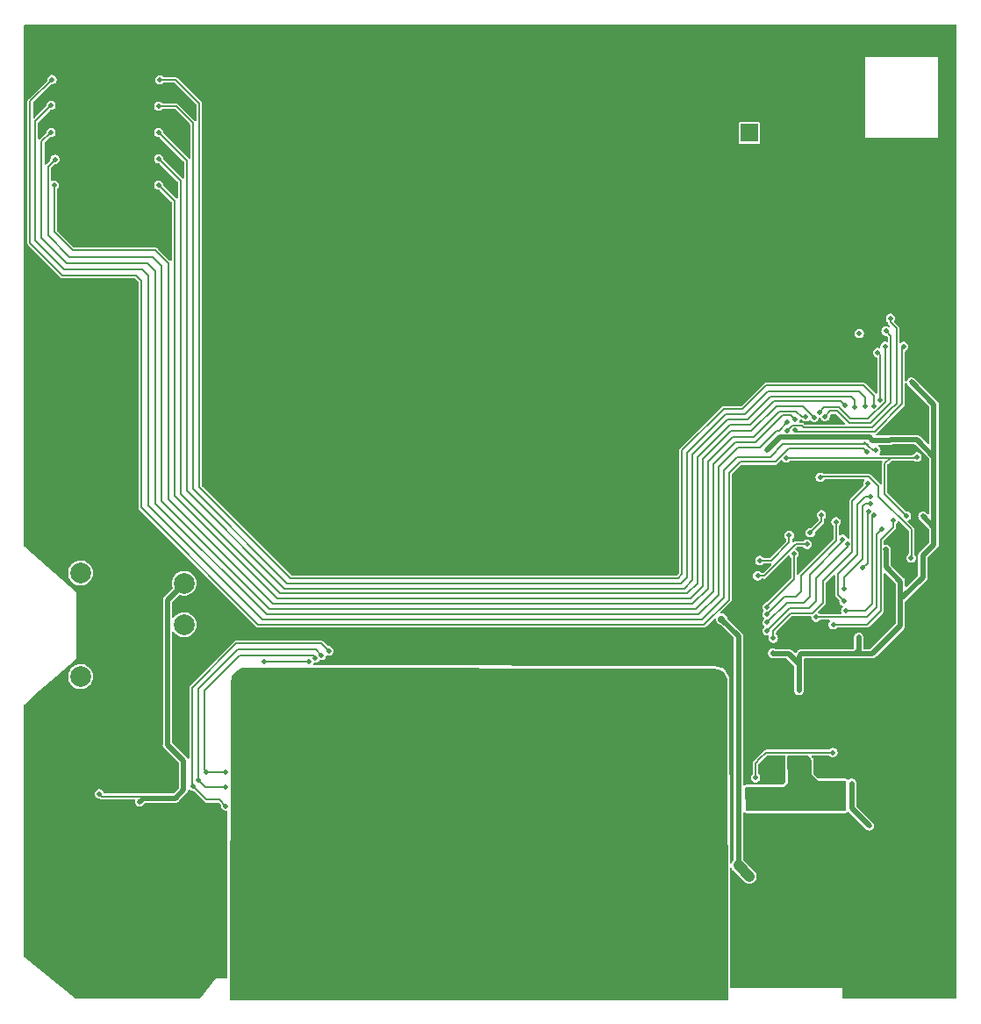
<source format=gtl>
%TF.GenerationSoftware,KiCad,Pcbnew,7.0.7*%
%TF.CreationDate,2023-11-02T23:48:10+00:00*%
%TF.ProjectId,mod-badge-inercia,6d6f642d-6261-4646-9765-2d696e657263,rev?*%
%TF.SameCoordinates,Original*%
%TF.FileFunction,Copper,L1,Top*%
%TF.FilePolarity,Positive*%
%FSLAX46Y46*%
G04 Gerber Fmt 4.6, Leading zero omitted, Abs format (unit mm)*
G04 Created by KiCad (PCBNEW 7.0.7) date 2023-11-02 23:48:10*
%MOMM*%
%LPD*%
G01*
G04 APERTURE LIST*
%TA.AperFunction,NonConductor*%
%ADD10C,0.100000*%
%TD*%
%TA.AperFunction,ComponentPad*%
%ADD11R,1.700000X1.700000*%
%TD*%
%TA.AperFunction,ComponentPad*%
%ADD12C,1.700000*%
%TD*%
%TA.AperFunction,ComponentPad*%
%ADD13C,2.000000*%
%TD*%
%TA.AperFunction,ComponentPad*%
%ADD14O,1.000000X1.600000*%
%TD*%
%TA.AperFunction,ComponentPad*%
%ADD15O,1.000000X2.100000*%
%TD*%
%TA.AperFunction,ViaPad*%
%ADD16C,0.500000*%
%TD*%
%TA.AperFunction,ViaPad*%
%ADD17C,0.700000*%
%TD*%
%TA.AperFunction,Conductor*%
%ADD18C,0.127000*%
%TD*%
%TA.AperFunction,Conductor*%
%ADD19C,0.500000*%
%TD*%
%TA.AperFunction,Conductor*%
%ADD20C,1.000000*%
%TD*%
G04 APERTURE END LIST*
D10*
X66522600Y-62128400D02*
X67208400Y-62280800D01*
X67437000Y-62458600D01*
X67818000Y-63144400D01*
X67818000Y-63982600D01*
X67868800Y-94030800D01*
X19888200Y-94030800D01*
X19913600Y-63627000D01*
X20066000Y-62865000D01*
X20447000Y-62357000D01*
X21031200Y-62077600D01*
X21666200Y-62077600D01*
X66522600Y-62128400D01*
%TA.AperFunction,NonConductor*%
G36*
X66522600Y-62128400D02*
G01*
X67208400Y-62280800D01*
X67437000Y-62458600D01*
X67818000Y-63144400D01*
X67818000Y-63982600D01*
X67868800Y-94030800D01*
X19888200Y-94030800D01*
X19913600Y-63627000D01*
X20066000Y-62865000D01*
X20447000Y-62357000D01*
X21031200Y-62077600D01*
X21666200Y-62077600D01*
X66522600Y-62128400D01*
G37*
%TD.AperFunction*%
D11*
%TO.P,BT1,1,+*%
%TO.N,/VBAT_IN*%
X69993000Y-10443200D03*
D12*
%TO.P,BT1,2,-*%
%TO.N,GND*%
X69993000Y-21443200D03*
%TD*%
D13*
%TO.P,RV1,*%
%TO.N,*%
X5452000Y-52910200D03*
X5452000Y-62910200D03*
%TO.P,RV1,1,1*%
%TO.N,+3V3*%
X15452000Y-53910200D03*
%TO.P,RV1,2,2*%
%TO.N,Net-(U1-GPIO26_ADC0)*%
X15452000Y-57910200D03*
%TO.P,RV1,3,3*%
%TO.N,GND*%
X15452000Y-61910200D03*
%TD*%
D14*
%TO.P,J1,S1,SHIELD*%
%TO.N,GND*%
X88840400Y-90764400D03*
D15*
X88840400Y-86584400D03*
D14*
X80200400Y-90764400D03*
D15*
X80200400Y-86584400D03*
%TD*%
D16*
%TO.N,/3v3_boost*%
X78054200Y-70231000D03*
X70586600Y-72669400D03*
%TO.N,GND*%
X75615800Y-33883600D03*
X77749400Y-27482800D03*
X83997800Y-49758600D03*
X86690200Y-43154600D03*
X83032600Y-30276800D03*
X83388200Y-78689200D03*
X76149200Y-62077600D03*
X68681600Y-49250600D03*
X77038200Y-63474600D03*
X87731600Y-72288400D03*
X79349600Y-46482000D03*
X74295000Y-88188800D03*
X79476600Y-44424600D03*
X70205600Y-69596000D03*
X85623400Y-90779600D03*
X69367400Y-42799000D03*
X72517000Y-86512400D03*
X77571600Y-58928000D03*
X13300000Y-79000000D03*
X89077800Y-36576000D03*
X87528400Y-76022200D03*
X88265000Y-34340800D03*
X76098400Y-59766200D03*
X71247000Y-88239600D03*
X77901800Y-54000400D03*
X73279000Y-44805600D03*
X78384400Y-45491400D03*
X88671400Y-84531200D03*
X70053200Y-76885800D03*
X70612000Y-64236600D03*
X75539600Y-51435000D03*
X76962000Y-44627800D03*
X89128600Y-81762600D03*
X86868000Y-45491400D03*
X83413600Y-54102000D03*
X88214200Y-32207200D03*
X79781400Y-77470000D03*
X86080600Y-36931600D03*
X84759800Y-23876000D03*
X86950800Y-28617800D03*
X72923400Y-65608200D03*
X72618600Y-43332400D03*
X69799200Y-45923200D03*
X80800000Y-65100000D03*
X72669400Y-49631600D03*
X73177400Y-48107600D03*
X75474959Y-23968270D03*
X81508600Y-75819000D03*
X83566000Y-83845400D03*
X13400000Y-73500000D03*
X80391000Y-44424600D03*
X78816200Y-62026800D03*
X16100000Y-75100000D03*
X72161400Y-72720200D03*
X70408800Y-66852800D03*
X78384400Y-46532800D03*
X89077800Y-38506400D03*
X81280000Y-61925200D03*
X77851000Y-56362600D03*
X82829400Y-57912000D03*
X70800000Y-49300000D03*
X86791800Y-38201600D03*
X72796400Y-68630800D03*
X68554600Y-46583600D03*
X71551800Y-48158400D03*
X87020400Y-54432200D03*
X76758800Y-68402200D03*
X75692000Y-86639400D03*
X80111600Y-66471800D03*
X80289400Y-33578800D03*
X74168000Y-32283400D03*
X73253600Y-62331600D03*
X78486000Y-44424600D03*
X74777600Y-27813000D03*
X80289400Y-63703200D03*
X70662800Y-42824400D03*
X88265000Y-29768800D03*
X81407000Y-27228800D03*
X85700000Y-61000000D03*
X68681600Y-50698400D03*
X78324000Y-38255200D03*
X13400000Y-72100000D03*
X87172800Y-61036200D03*
X85166200Y-38455600D03*
X79730600Y-70027800D03*
X69723000Y-86563200D03*
X83413600Y-56108600D03*
X86639400Y-50165000D03*
X81508600Y-72085200D03*
X83058000Y-90728800D03*
X83591400Y-82448400D03*
X83591400Y-38557200D03*
X71196200Y-80543400D03*
X79333400Y-45482900D03*
X18000000Y-75800000D03*
X85013800Y-42621200D03*
X76962000Y-45669200D03*
X68554600Y-44983400D03*
X88265000Y-28016200D03*
X72110600Y-42824400D03*
X68580000Y-43535600D03*
X86791800Y-84353400D03*
X86156800Y-83286600D03*
%TO.N,+1V1*%
X73546200Y-41808400D03*
X86165000Y-41722600D03*
X85155600Y-47430000D03*
%TO.N,+3V3*%
X83561600Y-40098400D03*
X85623400Y-34493200D03*
X11168400Y-75013800D03*
X83142400Y-50632800D03*
X13843000Y-55519200D03*
X83159600Y-52324000D03*
X72237600Y-60629800D03*
X86735600Y-47443800D03*
X75006200Y-60706000D03*
X80543400Y-59131200D03*
X71717400Y-41088300D03*
X78333400Y-39814600D03*
X74777600Y-64262000D03*
X15392400Y-73837800D03*
X7264400Y-74218800D03*
X86156800Y-40048800D03*
X81882600Y-40098400D03*
%TO.N,/RUN*%
X85598000Y-51460400D03*
X76835000Y-43688000D03*
%TO.N,Net-(D1-A)*%
X70104000Y-74739500D03*
X77825600Y-75234800D03*
X70104000Y-74066400D03*
X74218800Y-72517000D03*
X74904600Y-72517000D03*
X75463400Y-75234800D03*
X76250800Y-75234800D03*
X77038200Y-75234800D03*
X78613000Y-75234800D03*
X75615800Y-72491600D03*
X70104000Y-75412600D03*
%TO.N,Net-(D2-K)*%
X79857600Y-73202800D03*
X81584800Y-77317600D03*
%TO.N,/SPI_1_SCK*%
X75869800Y-49022000D03*
X76936600Y-47294800D03*
%TO.N,/SPI_1_MISO*%
X74295000Y-51079400D03*
X71700000Y-56200000D03*
%TO.N,/MCU_SWCLK*%
X73634600Y-39192200D03*
X83616800Y-28346400D03*
%TO.N,/MCU_SWD*%
X84886800Y-31038800D03*
X74396600Y-39115500D03*
%TO.N,/QSPI_SS*%
X82778600Y-48717200D03*
X76428600Y-57175400D03*
%TO.N,Net-(U1-GPIO9)*%
X75565000Y-50139600D03*
X70800000Y-53200000D03*
%TO.N,Net-(U1-GPIO13)*%
X71000000Y-51700000D03*
X73837800Y-49276000D03*
D17*
%TO.N,/VBAT_IN*%
X67315700Y-57384300D03*
X70002400Y-82194400D03*
D16*
%TO.N,/I2S_BCLK*%
X83083400Y-31038800D03*
X76750100Y-37388800D03*
%TO.N,/I2S_LRC*%
X77292200Y-37812400D03*
X83185000Y-29565600D03*
%TO.N,/I2S_DIN*%
X82594473Y-36264873D03*
X82372200Y-31648400D03*
%TO.N,Net-(U1-GPIO26_ADC0)*%
X72300000Y-59200000D03*
X23200000Y-61500000D03*
X27500000Y-61500000D03*
X81432400Y-44272200D03*
%TO.N,/QSPI_SD3*%
X81686400Y-45542200D03*
X79121000Y-55626000D03*
%TO.N,/QSPI_SCLK*%
X81661000Y-46228000D03*
X79121000Y-54432200D03*
%TO.N,/QSPI_SD0*%
X81506058Y-46968689D03*
X80899000Y-52425600D03*
%TO.N,/QSPI_SD2*%
X82022817Y-47322900D03*
X79273400Y-56565800D03*
%TO.N,/QSPI_SD1*%
X83845400Y-47853600D03*
X78079600Y-57912000D03*
%TO.N,unconnected-(U5-EP-Pad17)*%
X80596200Y-29802200D03*
%TO.N,/SW1*%
X19477264Y-75399814D03*
X29400000Y-60420000D03*
X78359000Y-47988800D03*
X16300000Y-73500000D03*
X71700000Y-56900000D03*
%TO.N,/SW2*%
X71700000Y-58500000D03*
X17600000Y-72100000D03*
X79463610Y-50094144D03*
X28100000Y-61100000D03*
X19480021Y-72099983D03*
%TO.N,/SW3*%
X28700000Y-60860000D03*
X19478768Y-73599982D03*
X16800000Y-72900000D03*
X78995201Y-49678094D03*
X71700000Y-57700000D03*
%TO.N,/GP27*%
X13100000Y-5325000D03*
X82022972Y-36836372D03*
%TO.N,/GP28*%
X81300000Y-41200000D03*
X2700000Y-5300000D03*
%TO.N,/GP25*%
X81153000Y-36855400D03*
X13000000Y-7865000D03*
%TO.N,/GP29*%
X2600000Y-7800000D03*
X82200000Y-41100000D03*
%TO.N,/GP24*%
X13000000Y-10405000D03*
X80111600Y-36906200D03*
%TO.N,/GP16*%
X73660000Y-38379400D03*
X2600000Y-10400000D03*
%TO.N,/GP23*%
X13000000Y-12945000D03*
X79222600Y-36753800D03*
%TO.N,/GP17*%
X3000000Y-13000000D03*
X74396600Y-38100000D03*
%TO.N,/GP19*%
X13000000Y-15485000D03*
X76250800Y-37896800D03*
%TO.N,/GP18*%
X2900000Y-15500000D03*
X75438000Y-37846000D03*
%TD*%
D18*
%TO.N,/3v3_boost*%
X70586600Y-72669400D02*
X70586600Y-71247000D01*
X71043800Y-70789800D02*
X71602600Y-70231000D01*
X70586600Y-71247000D02*
X71043800Y-70789800D01*
X71602600Y-70231000D02*
X78054200Y-70231000D01*
%TO.N,+1V1*%
X86079200Y-41808400D02*
X86165000Y-41722600D01*
X73546200Y-41808400D02*
X83591400Y-41808400D01*
X85155600Y-47385800D02*
X83032600Y-45262800D01*
X83032600Y-45262800D02*
X83032600Y-42367200D01*
X83032600Y-42367200D02*
X83591400Y-41808400D01*
X85155600Y-47430000D02*
X85155600Y-47385800D01*
X83591400Y-41808400D02*
X86079200Y-41808400D01*
D19*
%TO.N,+3V3*%
X74777600Y-62153800D02*
X74777600Y-61696600D01*
X83561600Y-40098400D02*
X81882600Y-40098400D01*
X74777600Y-60934600D02*
X75006200Y-60706000D01*
X72313800Y-60706000D02*
X73787000Y-60706000D01*
X84556600Y-58013600D02*
X84556600Y-53721000D01*
D18*
X11531600Y-74472800D02*
X11531600Y-74650600D01*
D19*
X87807800Y-48996600D02*
X87807800Y-48516000D01*
X87807800Y-48516000D02*
X86735600Y-47443800D01*
D18*
X84505800Y-58064400D02*
X83489800Y-59080400D01*
D19*
X84556600Y-55321200D02*
X84734400Y-55321200D01*
D18*
X84556600Y-55321200D02*
X84556600Y-56083200D01*
D19*
X80187800Y-60706000D02*
X80543400Y-60350400D01*
X86735600Y-51237200D02*
X87807800Y-50165000D01*
X14579600Y-74650600D02*
X15392400Y-73837800D01*
X13843000Y-56845200D02*
X13843000Y-69519800D01*
X13843000Y-55519200D02*
X13843000Y-56845200D01*
X11168400Y-75013800D02*
X11531600Y-74650600D01*
X84556600Y-53721000D02*
X83159600Y-52324000D01*
X87807800Y-41699800D02*
X87807800Y-36677600D01*
X71717400Y-41088300D02*
X72986500Y-39819200D01*
X86156800Y-40048800D02*
X83611200Y-40048800D01*
X87807800Y-50165000D02*
X87807800Y-48996600D01*
X81882600Y-40098400D02*
X81598800Y-39814600D01*
X80543400Y-60350400D02*
X80543400Y-59131200D01*
X83611200Y-40048800D02*
X83561600Y-40098400D01*
X74777600Y-61696600D02*
X73787000Y-60706000D01*
D18*
X84556600Y-58013600D02*
X84505800Y-58064400D01*
D19*
X83159600Y-50650000D02*
X83142400Y-50632800D01*
X72986500Y-39819200D02*
X78328800Y-39819200D01*
X72237600Y-60629800D02*
X72313800Y-60706000D01*
X86735600Y-53320000D02*
X86735600Y-51237200D01*
X84734400Y-55321200D02*
X86735600Y-53320000D01*
D18*
X84556600Y-53721000D02*
X84556600Y-56083200D01*
D19*
X13843000Y-69519800D02*
X15392400Y-71069200D01*
X81864200Y-60706000D02*
X84556600Y-58013600D01*
X87807800Y-48996600D02*
X87807800Y-46371600D01*
X74777600Y-64262000D02*
X74777600Y-62153800D01*
D18*
X84556600Y-56083200D02*
X84556600Y-58013600D01*
D19*
X87807800Y-41699800D02*
X86156800Y-40048800D01*
X15452000Y-53910200D02*
X13843000Y-55519200D01*
X81598800Y-39814600D02*
X78333400Y-39814600D01*
X87807800Y-46371600D02*
X87807800Y-41699800D01*
X75006200Y-60706000D02*
X80187800Y-60706000D01*
X78328800Y-39819200D02*
X78333400Y-39814600D01*
X15392400Y-71069200D02*
X15392400Y-73837800D01*
D18*
X7518400Y-74472800D02*
X11531600Y-74472800D01*
D19*
X74777600Y-62153800D02*
X74777600Y-60934600D01*
X84556600Y-53721000D02*
X84556600Y-55321200D01*
X80187800Y-60706000D02*
X81864200Y-60706000D01*
X83159600Y-52324000D02*
X83159600Y-50650000D01*
X87807800Y-36677600D02*
X85623400Y-34493200D01*
X11531600Y-74650600D02*
X14579600Y-74650600D01*
D18*
X7264400Y-74218800D02*
X7518400Y-74472800D01*
%TO.N,/RUN*%
X81508600Y-43586400D02*
X76936600Y-43586400D01*
X76936600Y-43586400D02*
X76835000Y-43688000D01*
X82423000Y-45516800D02*
X82423000Y-44500800D01*
X85598000Y-51460400D02*
X85623400Y-51435000D01*
X85623400Y-48717200D02*
X82423000Y-45516800D01*
X85623400Y-51435000D02*
X85623400Y-48717200D01*
X82423000Y-44500800D02*
X81508600Y-43586400D01*
D19*
%TO.N,Net-(D2-K)*%
X79857600Y-75590400D02*
X81584800Y-77317600D01*
X79857600Y-73202800D02*
X79857600Y-75590400D01*
D18*
%TO.N,/SPI_1_SCK*%
X76936600Y-47955200D02*
X75869800Y-49022000D01*
X76936600Y-47294800D02*
X76936600Y-47955200D01*
%TO.N,/SPI_1_MISO*%
X71700000Y-56200000D02*
X71700000Y-56100000D01*
X74295000Y-53505000D02*
X74295000Y-51079400D01*
X71700000Y-56100000D02*
X74295000Y-53505000D01*
%TO.N,/MCU_SWCLK*%
X84175600Y-36537946D02*
X83572373Y-37141173D01*
X83572373Y-37141173D02*
X83635873Y-37077673D01*
X83616800Y-28346400D02*
X83616800Y-28727400D01*
X75061662Y-38675500D02*
X75248162Y-38862000D01*
X73634600Y-39192200D02*
X74151300Y-38675500D01*
X84175600Y-29286200D02*
X84175600Y-36537946D01*
X75248162Y-38862000D02*
X81851546Y-38862000D01*
X83616800Y-28727400D02*
X84175600Y-29286200D01*
X74151300Y-38675500D02*
X75061662Y-38675500D01*
X81851546Y-38862000D02*
X83572373Y-37141173D01*
%TO.N,/MCU_SWD*%
X84886800Y-31038800D02*
X84734400Y-31191200D01*
X82067400Y-39268400D02*
X74549500Y-39268400D01*
X84734400Y-31191200D02*
X84734400Y-36601400D01*
X84734400Y-36601400D02*
X82067400Y-39268400D01*
X74549500Y-39268400D02*
X74396600Y-39115500D01*
%TO.N,/QSPI_SS*%
X81305400Y-57175400D02*
X82270600Y-56210200D01*
X82270600Y-49225200D02*
X82778600Y-48717200D01*
X76428600Y-57175400D02*
X81305400Y-57175400D01*
X82270600Y-56210200D02*
X82270600Y-49225200D01*
%TO.N,Net-(U1-GPIO9)*%
X74447400Y-50139600D02*
X75565000Y-50139600D01*
X70800000Y-53200000D02*
X71387000Y-53200000D01*
X71387000Y-53200000D02*
X74447400Y-50139600D01*
%TO.N,Net-(U1-GPIO13)*%
X73837800Y-49961800D02*
X72099600Y-51700000D01*
X72099600Y-51700000D02*
X71000000Y-51700000D01*
X73837800Y-49276000D02*
X73837800Y-49961800D01*
D19*
%TO.N,/VBAT_IN*%
X67315700Y-57384300D02*
X68935600Y-59004200D01*
D20*
X68935600Y-81127600D02*
X70002400Y-82194400D01*
D19*
X68935600Y-59004200D02*
X68935600Y-81127600D01*
D18*
%TO.N,/I2S_BCLK*%
X77207300Y-36931600D02*
X78638400Y-36931600D01*
X81432400Y-38049200D02*
X83083400Y-36398200D01*
X83083400Y-36398200D02*
X83083400Y-31038800D01*
X76750100Y-37388800D02*
X77207300Y-36931600D01*
X79756000Y-38049200D02*
X81432400Y-38049200D01*
X78638400Y-36931600D02*
X79756000Y-38049200D01*
%TO.N,/I2S_LRC*%
X83642200Y-30022800D02*
X83185000Y-29565600D01*
X77817400Y-37287200D02*
X78460600Y-37287200D01*
X78460600Y-37287200D02*
X79603600Y-38430200D01*
X83642200Y-36474400D02*
X83642200Y-30022800D01*
X79603600Y-38430200D02*
X81686400Y-38430200D01*
X81686400Y-38430200D02*
X83642200Y-36474400D01*
X77292200Y-37812400D02*
X77817400Y-37287200D01*
%TO.N,/I2S_DIN*%
X82594473Y-36264873D02*
X82575400Y-36245800D01*
X82575400Y-36245800D02*
X82575400Y-31851600D01*
X82575400Y-31851600D02*
X82372200Y-31648400D01*
%TO.N,Net-(U1-GPIO26_ADC0)*%
X81432400Y-44424600D02*
X81432400Y-44272200D01*
X79904110Y-50880490D02*
X79904110Y-45952890D01*
X72300000Y-59200000D02*
X72300000Y-58500000D01*
X76098400Y-56794400D02*
X77114400Y-55778400D01*
X74005600Y-56794400D02*
X76098400Y-56794400D01*
X15462200Y-57900000D02*
X15452000Y-57910200D01*
X77114400Y-53670200D02*
X79904110Y-50880490D01*
X77114400Y-55778400D02*
X77114400Y-53670200D01*
X27500000Y-61500000D02*
X23200000Y-61500000D01*
X79904110Y-45952890D02*
X81432400Y-44424600D01*
X72300000Y-58500000D02*
X74005600Y-56794400D01*
%TO.N,/QSPI_SD3*%
X79121000Y-55626000D02*
X78511400Y-55016400D01*
X78511400Y-53035200D02*
X80391000Y-51155600D01*
X78511400Y-55016400D02*
X78511400Y-53035200D01*
X80391000Y-51155600D02*
X80391000Y-46329600D01*
X80391000Y-46329600D02*
X81178400Y-45542200D01*
X81178400Y-45542200D02*
X81686400Y-45542200D01*
%TO.N,/QSPI_SCLK*%
X79121000Y-54432200D02*
X79121000Y-53314600D01*
X80899000Y-51536600D02*
X80899000Y-46482000D01*
X80899000Y-46482000D02*
X81153000Y-46228000D01*
X79121000Y-53314600D02*
X80899000Y-51536600D01*
X81153000Y-46228000D02*
X81661000Y-46228000D01*
%TO.N,/QSPI_SD0*%
X80899000Y-52425600D02*
X81381600Y-51943000D01*
X81381600Y-47093147D02*
X81506058Y-46968689D01*
X81381600Y-51943000D02*
X81381600Y-47093147D01*
%TO.N,/QSPI_SD2*%
X81813400Y-55880000D02*
X81127600Y-56565800D01*
X81813400Y-47532317D02*
X81813400Y-55880000D01*
X81127600Y-56565800D02*
X79273400Y-56565800D01*
X82022817Y-47322900D02*
X81813400Y-47532317D01*
%TO.N,/QSPI_SD1*%
X81356200Y-57912000D02*
X82702400Y-56565800D01*
X83845400Y-48514000D02*
X83845400Y-47853600D01*
X82702400Y-56565800D02*
X82702400Y-49657000D01*
X78079600Y-57912000D02*
X81356200Y-57912000D01*
X82702400Y-49657000D02*
X83845400Y-48514000D01*
%TO.N,/SW1*%
X78359000Y-49784000D02*
X78359000Y-47988800D01*
X75006200Y-54693800D02*
X75006200Y-53136800D01*
X74505800Y-55194200D02*
X75006200Y-54693800D01*
X16200000Y-73400000D02*
X16300000Y-73500000D01*
X17600000Y-74800000D02*
X16300000Y-73500000D01*
X71700000Y-56900000D02*
X73405800Y-55194200D01*
X75006200Y-53136800D02*
X78359000Y-49784000D01*
X29400000Y-60420000D02*
X28680000Y-59700000D01*
X28680000Y-59700000D02*
X20500000Y-59700000D01*
X16200000Y-64000000D02*
X16200000Y-73400000D01*
X18877450Y-74800000D02*
X17600000Y-74800000D01*
X73405800Y-55194200D02*
X74505800Y-55194200D01*
X20500000Y-59700000D02*
X16200000Y-64000000D01*
X19477264Y-75399814D02*
X18877450Y-74800000D01*
%TO.N,/SW2*%
X28100000Y-61100000D02*
X27900000Y-60900000D01*
X76428600Y-55600600D02*
X76428600Y-53390800D01*
X27900000Y-60900000D02*
X20800000Y-60900000D01*
X17400000Y-71900000D02*
X17600000Y-72100000D01*
X19480038Y-72100000D02*
X19480021Y-72099983D01*
X75717400Y-56311800D02*
X76428600Y-55600600D01*
X76428600Y-53390800D02*
X79463610Y-50355790D01*
X71700000Y-58500000D02*
X73888200Y-56311800D01*
X17600000Y-72100000D02*
X19480038Y-72100000D01*
X79463610Y-50355790D02*
X79463610Y-50094144D01*
X17400000Y-64300000D02*
X17400000Y-71900000D01*
X20800000Y-60900000D02*
X17400000Y-64300000D01*
X73888200Y-56311800D02*
X75717400Y-56311800D01*
%TO.N,/SW3*%
X75800000Y-55200000D02*
X75800000Y-53105000D01*
X28140000Y-60300000D02*
X20600000Y-60300000D01*
X75200000Y-55800000D02*
X75800000Y-55200000D01*
X28700000Y-60860000D02*
X28140000Y-60300000D01*
X71700000Y-57700000D02*
X73600000Y-55800000D01*
X16800000Y-64100000D02*
X16800000Y-72900000D01*
X19478786Y-73600000D02*
X19478768Y-73599982D01*
X17500000Y-73600000D02*
X19478786Y-73600000D01*
X78995201Y-49909799D02*
X78995201Y-49678094D01*
X20600000Y-60300000D02*
X16800000Y-64100000D01*
X16800000Y-72900000D02*
X17500000Y-73600000D01*
X73600000Y-55800000D02*
X75200000Y-55800000D01*
X75800000Y-53105000D02*
X78995201Y-49909799D01*
%TO.N,/GP27*%
X63100000Y-53400000D02*
X63500000Y-53000000D01*
X63500000Y-53000000D02*
X63500000Y-41100000D01*
X67500000Y-37100000D02*
X69300000Y-37100000D01*
X71600000Y-34800000D02*
X80977200Y-34800000D01*
X82022972Y-35845772D02*
X82022972Y-36836372D01*
X16900000Y-7600000D02*
X16900000Y-44600000D01*
X14625000Y-5325000D02*
X16900000Y-7600000D01*
X63500000Y-41100000D02*
X67500000Y-37100000D01*
X69300000Y-37100000D02*
X71600000Y-34800000D01*
X80977200Y-34800000D02*
X82022972Y-35845772D01*
X16900000Y-44600000D02*
X25700000Y-53400000D01*
X25700000Y-53400000D02*
X63100000Y-53400000D01*
X13100000Y-5325000D02*
X14625000Y-5325000D01*
%TO.N,/GP28*%
X68000000Y-43300000D02*
X69100000Y-42200000D01*
X600000Y-21100000D02*
X3700000Y-24200000D01*
X73800000Y-40900000D02*
X81000000Y-40900000D01*
X3700000Y-24200000D02*
X10800000Y-24200000D01*
X68000000Y-55500000D02*
X68000000Y-43300000D01*
X10800000Y-24200000D02*
X11300000Y-24700000D01*
X11300000Y-24700000D02*
X11300000Y-46600000D01*
X81000000Y-40900000D02*
X81300000Y-41200000D01*
X65600000Y-57900000D02*
X68000000Y-55500000D01*
X22600000Y-57900000D02*
X65600000Y-57900000D01*
X2700000Y-5300000D02*
X600000Y-7400000D01*
X11300000Y-46600000D02*
X22600000Y-57900000D01*
X600000Y-7400000D02*
X600000Y-21100000D01*
X72500000Y-42200000D02*
X73800000Y-40900000D01*
X69100000Y-42200000D02*
X72500000Y-42200000D01*
%TO.N,/GP25*%
X25400000Y-53900000D02*
X63400000Y-53900000D01*
X16300000Y-9500000D02*
X16300000Y-44800000D01*
X71800000Y-35400000D02*
X80535800Y-35400000D01*
X64000000Y-41300000D02*
X67700000Y-37600000D01*
X16300000Y-44800000D02*
X25400000Y-53900000D01*
X14665000Y-7865000D02*
X16300000Y-9500000D01*
X67700000Y-37600000D02*
X69600000Y-37600000D01*
X64000000Y-53300000D02*
X64000000Y-41300000D01*
X80535800Y-35400000D02*
X81153000Y-36017200D01*
X63400000Y-53900000D02*
X64000000Y-53300000D01*
X13000000Y-7865000D02*
X14665000Y-7865000D01*
X69600000Y-37600000D02*
X71800000Y-35400000D01*
X81153000Y-36017200D02*
X81153000Y-36855400D01*
%TO.N,/GP29*%
X67500000Y-43040790D02*
X68840790Y-41700000D01*
X81900000Y-41100000D02*
X81500000Y-40700000D01*
X67500000Y-55300000D02*
X67500000Y-43040790D01*
X81300000Y-40500000D02*
X80400000Y-40500000D01*
X68840790Y-41700000D02*
X71400000Y-41700000D01*
X82200000Y-41100000D02*
X81900000Y-41100000D01*
X12000000Y-46400000D02*
X23000000Y-57400000D01*
X73800000Y-40500000D02*
X73200000Y-40500000D01*
X3900000Y-23600000D02*
X11400000Y-23600000D01*
X80400000Y-40500000D02*
X73800000Y-40500000D01*
X11400000Y-23600000D02*
X12000000Y-24200000D01*
X81500000Y-40700000D02*
X81300000Y-40500000D01*
X81500000Y-40700000D02*
X81100000Y-40300000D01*
X2600000Y-7800000D02*
X1100000Y-9300000D01*
X1100000Y-9300000D02*
X1100000Y-20800000D01*
X12000000Y-24200000D02*
X12000000Y-46400000D01*
X72000000Y-41700000D02*
X71400000Y-41700000D01*
X23000000Y-57400000D02*
X65400000Y-57400000D01*
X65400000Y-57400000D02*
X67500000Y-55300000D01*
X71400000Y-41700000D02*
X71200000Y-41700000D01*
X73200000Y-40500000D02*
X72000000Y-41700000D01*
X1100000Y-20800000D02*
X3900000Y-23600000D01*
%TO.N,/GP24*%
X69800000Y-38100000D02*
X72035200Y-35864800D01*
X72035200Y-35864800D02*
X79781400Y-35864800D01*
X64500000Y-41500000D02*
X67900000Y-38100000D01*
X63700000Y-54400000D02*
X64500000Y-53600000D01*
X67900000Y-38100000D02*
X69800000Y-38100000D01*
X79781400Y-35864800D02*
X80111600Y-36195000D01*
X15700000Y-45000000D02*
X25100000Y-54400000D01*
X64500000Y-53600000D02*
X64500000Y-41500000D01*
X13000000Y-10405000D02*
X15700000Y-13105000D01*
X25100000Y-54400000D02*
X63700000Y-54400000D01*
X15700000Y-13105000D02*
X15700000Y-45000000D01*
X80111600Y-36195000D02*
X80111600Y-36906200D01*
%TO.N,/GP16*%
X4100000Y-23000000D02*
X11900000Y-23000000D01*
X1700000Y-11300000D02*
X1700000Y-20600000D01*
X2600000Y-10400000D02*
X1700000Y-11300000D01*
X65100000Y-56900000D02*
X67000000Y-55000000D01*
X12700000Y-46200000D02*
X23400000Y-56900000D01*
X23400000Y-56900000D02*
X65100000Y-56900000D01*
X68900000Y-40800000D02*
X71000000Y-40800000D01*
X72839400Y-39200000D02*
X73660000Y-38379400D01*
X67000000Y-55000000D02*
X67000000Y-42700000D01*
X1700000Y-20600000D02*
X4100000Y-23000000D01*
X12700000Y-23800000D02*
X12700000Y-46200000D01*
X11900000Y-23000000D02*
X12700000Y-23800000D01*
X71000000Y-40800000D02*
X72600000Y-39200000D01*
X73660000Y-38379400D02*
X73660000Y-38176200D01*
X67000000Y-42700000D02*
X68900000Y-40800000D01*
X72600000Y-39200000D02*
X72839400Y-39200000D01*
%TO.N,/GP23*%
X68100000Y-38600000D02*
X70100000Y-38600000D01*
X78790800Y-36322000D02*
X79222600Y-36753800D01*
X65000000Y-41700000D02*
X68100000Y-38600000D01*
X24700000Y-54900000D02*
X64000000Y-54900000D01*
X65000000Y-53900000D02*
X65000000Y-41700000D01*
X64000000Y-54900000D02*
X65000000Y-53900000D01*
X15100000Y-15045000D02*
X15100000Y-45300000D01*
X72378000Y-36322000D02*
X78790800Y-36322000D01*
X70100000Y-38600000D02*
X72378000Y-36322000D01*
X15100000Y-45300000D02*
X24700000Y-54900000D01*
X13000000Y-12945000D02*
X15100000Y-15045000D01*
%TO.N,/GP17*%
X12400000Y-22400000D02*
X13300000Y-23300000D01*
X66500000Y-42400000D02*
X68600000Y-40300000D01*
X13300000Y-23300000D02*
X13300000Y-46000000D01*
X3000000Y-13000000D02*
X2300000Y-13700000D01*
X68600000Y-40300000D02*
X70600000Y-40300000D01*
X4400000Y-22400000D02*
X12400000Y-22400000D01*
X66500000Y-54700000D02*
X66500000Y-42400000D01*
X73200000Y-37700000D02*
X74000000Y-37700000D01*
X13300000Y-46000000D02*
X23700000Y-56400000D01*
X74000000Y-37700000D02*
X74396600Y-38096600D01*
X2300000Y-13700000D02*
X2300000Y-20300000D01*
X2300000Y-20300000D02*
X4400000Y-22400000D01*
X70600000Y-40300000D02*
X73200000Y-37700000D01*
X23700000Y-56400000D02*
X64800000Y-56400000D01*
X64800000Y-56400000D02*
X66500000Y-54700000D01*
X74396600Y-38096600D02*
X74396600Y-38100000D01*
%TO.N,/GP19*%
X70200000Y-39200000D02*
X68200000Y-39200000D01*
X65500000Y-54200000D02*
X64300000Y-55400000D01*
X76250800Y-37896800D02*
X75154000Y-36800000D01*
X64300000Y-55400000D02*
X24400000Y-55400000D01*
X14500000Y-45500000D02*
X14500000Y-17300000D01*
X14500000Y-17300000D02*
X14500000Y-17100000D01*
X68200000Y-39200000D02*
X65500000Y-41900000D01*
X14500000Y-16985000D02*
X14500000Y-17300000D01*
X75154000Y-36800000D02*
X72600000Y-36800000D01*
X13000000Y-15485000D02*
X14500000Y-16985000D01*
X72600000Y-36800000D02*
X70200000Y-39200000D01*
X65500000Y-41900000D02*
X65500000Y-54200000D01*
X24400000Y-55400000D02*
X14500000Y-45500000D01*
%TO.N,/GP18*%
X12700000Y-21800000D02*
X13900000Y-23000000D01*
X68350000Y-39800000D02*
X70400000Y-39800000D01*
X66000000Y-42150000D02*
X68350000Y-39800000D01*
X75046000Y-37846000D02*
X75438000Y-37846000D01*
X4700000Y-21800000D02*
X12700000Y-21800000D01*
X13900000Y-23000000D02*
X13900000Y-45800000D01*
X2900000Y-20000000D02*
X4700000Y-21800000D01*
X2900000Y-15500000D02*
X2900000Y-20000000D01*
X72900000Y-37300000D02*
X74500000Y-37300000D01*
X24000000Y-55900000D02*
X64500000Y-55900000D01*
X70400000Y-39800000D02*
X72900000Y-37300000D01*
X66000000Y-54400000D02*
X66000000Y-42150000D01*
X64500000Y-55900000D02*
X66000000Y-54400000D01*
X74500000Y-37300000D02*
X75046000Y-37846000D01*
X13900000Y-45800000D02*
X24000000Y-55900000D01*
%TD*%
%TA.AperFunction,Conductor*%
%TO.N,GND*%
G36*
X89958691Y-19407D02*
G01*
X89994655Y-68907D01*
X89999500Y-99500D01*
X89999500Y-93900500D01*
X89980593Y-93958691D01*
X89931093Y-93994655D01*
X89900500Y-93999500D01*
X79099500Y-93999500D01*
X79041309Y-93980593D01*
X79005345Y-93931093D01*
X79000500Y-93900500D01*
X79000500Y-93019787D01*
X79000527Y-93019651D01*
X79000539Y-93000002D01*
X79000541Y-93000000D01*
X79000383Y-92999617D01*
X79000382Y-92999616D01*
X79000100Y-92999500D01*
X79000001Y-92999459D01*
X78980418Y-92999459D01*
X78980212Y-92999500D01*
X68216389Y-92999500D01*
X68158198Y-92980593D01*
X68122234Y-92931093D01*
X68117389Y-92900667D01*
X68112485Y-89999759D01*
X68098004Y-81434713D01*
X68116813Y-81376494D01*
X68166252Y-81340446D01*
X68227437Y-81340343D01*
X68276998Y-81376223D01*
X68287282Y-81393917D01*
X68331722Y-81492657D01*
X68410310Y-81592967D01*
X69537033Y-82719690D01*
X69637343Y-82798278D01*
X69792468Y-82868095D01*
X69959794Y-82898758D01*
X70129596Y-82888486D01*
X70292006Y-82837878D01*
X70437585Y-82749872D01*
X70557872Y-82629585D01*
X70645878Y-82484006D01*
X70696486Y-82321596D01*
X70706758Y-82151794D01*
X70676095Y-81984468D01*
X70606278Y-81829343D01*
X70527690Y-81729033D01*
X69415095Y-80616438D01*
X69387319Y-80561922D01*
X69386100Y-80546435D01*
X69386100Y-76094421D01*
X69405007Y-76036230D01*
X69454507Y-76000266D01*
X69515693Y-76000266D01*
X69535868Y-76009430D01*
X69597637Y-76046336D01*
X69655828Y-76065243D01*
X69667882Y-76067152D01*
X69719326Y-76075300D01*
X69719330Y-76075300D01*
X79225196Y-76075300D01*
X79225200Y-76075300D01*
X79257344Y-76072770D01*
X79272640Y-76070347D01*
X79287938Y-76067925D01*
X79289074Y-76067731D01*
X79292487Y-76067152D01*
X79376583Y-76031208D01*
X79426083Y-75995244D01*
X79453828Y-75971003D01*
X79453829Y-75971000D01*
X79459694Y-75965877D01*
X79461279Y-75967691D01*
X79503225Y-75941333D01*
X79564272Y-75945446D01*
X79597423Y-75967327D01*
X81253614Y-77623518D01*
X81256023Y-77626105D01*
X81286751Y-77661567D01*
X81327671Y-77687865D01*
X81330291Y-77689671D01*
X81371914Y-77720391D01*
X81371916Y-77720391D01*
X81371918Y-77720393D01*
X81374875Y-77721427D01*
X81395724Y-77731599D01*
X81395731Y-77731604D01*
X81445691Y-77746273D01*
X81448028Y-77747024D01*
X81500101Y-77765246D01*
X81500103Y-77765246D01*
X81503240Y-77765840D01*
X81512970Y-77767425D01*
X81513019Y-77767092D01*
X81520028Y-77768100D01*
X81576359Y-77768100D01*
X81635810Y-77770325D01*
X81635816Y-77770323D01*
X81636397Y-77770258D01*
X81640714Y-77769373D01*
X81649572Y-77768100D01*
X81706550Y-77751370D01*
X81706549Y-77751370D01*
X81766987Y-77735176D01*
X81766992Y-77735172D01*
X81767231Y-77735068D01*
X81772497Y-77732228D01*
X81773854Y-77731608D01*
X81773869Y-77731604D01*
X81826418Y-77697832D01*
X81881975Y-77662924D01*
X81883143Y-77661567D01*
X81925792Y-77612007D01*
X81949177Y-77585017D01*
X81967682Y-77563663D01*
X81967682Y-77563661D01*
X81968858Y-77562305D01*
X81970401Y-77560235D01*
X81970550Y-77559996D01*
X81970558Y-77559988D01*
X81996183Y-77501253D01*
X82021497Y-77445826D01*
X82021498Y-77445818D01*
X82022940Y-77440906D01*
X82024768Y-77435875D01*
X82024863Y-77435520D01*
X82024865Y-77435516D01*
X82031694Y-77374897D01*
X82039933Y-77317600D01*
X82039933Y-77310514D01*
X82040550Y-77310514D01*
X82040510Y-77307971D01*
X82040347Y-77307978D01*
X82040070Y-77300563D01*
X82029297Y-77243625D01*
X82021498Y-77189378D01*
X82019502Y-77182580D01*
X82019570Y-77182559D01*
X82015056Y-77168357D01*
X82014824Y-77167129D01*
X81989844Y-77119865D01*
X81988581Y-77117299D01*
X81986750Y-77113291D01*
X81967682Y-77071537D01*
X81966425Y-77070086D01*
X81953721Y-77051519D01*
X81951366Y-77047063D01*
X81951364Y-77047061D01*
X81915984Y-77011680D01*
X81913576Y-77009094D01*
X81882851Y-76973634D01*
X81878053Y-76970551D01*
X81861575Y-76957272D01*
X80337096Y-75432793D01*
X80309319Y-75378276D01*
X80308100Y-75362789D01*
X80308100Y-73242101D01*
X80309108Y-73228010D01*
X80312733Y-73202800D01*
X80308577Y-73173897D01*
X80308214Y-73170570D01*
X80308100Y-73169055D01*
X80308100Y-73169038D01*
X80303303Y-73137214D01*
X80294297Y-73074574D01*
X80294296Y-73074572D01*
X80294272Y-73074403D01*
X80293023Y-73068756D01*
X80292948Y-73068514D01*
X80292552Y-73067692D01*
X80265486Y-73011488D01*
X80247224Y-72971500D01*
X80240483Y-72956738D01*
X80236685Y-72950828D01*
X80234290Y-72946548D01*
X80234024Y-72946157D01*
X80217543Y-72928395D01*
X80193054Y-72902002D01*
X80155649Y-72858833D01*
X80155647Y-72858832D01*
X80155645Y-72858829D01*
X80150299Y-72854196D01*
X80150605Y-72853842D01*
X80147469Y-72851215D01*
X80147456Y-72851232D01*
X80141656Y-72846607D01*
X80141655Y-72846606D01*
X80093165Y-72818610D01*
X80091154Y-72817384D01*
X80046669Y-72788796D01*
X80042482Y-72786884D01*
X80025957Y-72779808D01*
X80024045Y-72778704D01*
X80001835Y-72773634D01*
X79972756Y-72766997D01*
X79969832Y-72766235D01*
X79961229Y-72763709D01*
X79922376Y-72752300D01*
X79922372Y-72752300D01*
X79919516Y-72752300D01*
X79897487Y-72749818D01*
X79891644Y-72748484D01*
X79842590Y-72752161D01*
X79838889Y-72752300D01*
X79792824Y-72752300D01*
X79786455Y-72754171D01*
X79765967Y-72757903D01*
X79756223Y-72758633D01*
X79713606Y-72775358D01*
X79709469Y-72776774D01*
X79668530Y-72788796D01*
X79668524Y-72788798D01*
X79659761Y-72794430D01*
X79642416Y-72803298D01*
X79629807Y-72808247D01*
X79629802Y-72808250D01*
X79596678Y-72834665D01*
X79592577Y-72837606D01*
X79567704Y-72853593D01*
X79508530Y-72869150D01*
X79451512Y-72846954D01*
X79439625Y-72835449D01*
X79425405Y-72819174D01*
X79425404Y-72819173D01*
X79425403Y-72819172D01*
X79346893Y-72772264D01*
X79346891Y-72772263D01*
X79346889Y-72772262D01*
X79288699Y-72753356D01*
X79288700Y-72753356D01*
X79225203Y-72743300D01*
X79225200Y-72743300D01*
X76685541Y-72743300D01*
X76627350Y-72724393D01*
X76614064Y-72712799D01*
X76204423Y-72285346D01*
X76177812Y-72230250D01*
X76176900Y-72216847D01*
X76176900Y-70949198D01*
X76176623Y-70940087D01*
X76176623Y-70940086D01*
X76162455Y-70871097D01*
X76140058Y-70814159D01*
X76107453Y-70758745D01*
X76105697Y-70756613D01*
X76023609Y-70656935D01*
X76001212Y-70599997D01*
X76016560Y-70540767D01*
X76063790Y-70501871D01*
X76100030Y-70495000D01*
X77641647Y-70495000D01*
X77699838Y-70513907D01*
X77716466Y-70529169D01*
X77756149Y-70574965D01*
X77756151Y-70574967D01*
X77844138Y-70631513D01*
X77865131Y-70645004D01*
X77989428Y-70681500D01*
X77989430Y-70681500D01*
X78118970Y-70681500D01*
X78118972Y-70681500D01*
X78243269Y-70645004D01*
X78352249Y-70574967D01*
X78437082Y-70477063D01*
X78490897Y-70359226D01*
X78509333Y-70231000D01*
X78490897Y-70102774D01*
X78437082Y-69984937D01*
X78352249Y-69887033D01*
X78352248Y-69887032D01*
X78352247Y-69887031D01*
X78243273Y-69816998D01*
X78243270Y-69816996D01*
X78243269Y-69816996D01*
X78243266Y-69816995D01*
X78118974Y-69780500D01*
X78118972Y-69780500D01*
X77989428Y-69780500D01*
X77989425Y-69780500D01*
X77865133Y-69816995D01*
X77865126Y-69816998D01*
X77756151Y-69887032D01*
X77756149Y-69887034D01*
X77716466Y-69932831D01*
X77664070Y-69964427D01*
X77641647Y-69967000D01*
X71638353Y-69967000D01*
X71619040Y-69965098D01*
X71602600Y-69961828D01*
X71576598Y-69967000D01*
X71499592Y-69982316D01*
X71473600Y-69999684D01*
X71432271Y-70027299D01*
X71432262Y-70027305D01*
X71412267Y-70040666D01*
X71402956Y-70054600D01*
X71390647Y-70069597D01*
X71003712Y-70456534D01*
X70875509Y-70584738D01*
X70875510Y-70584738D01*
X70828735Y-70631513D01*
X70425202Y-71035044D01*
X70410206Y-71047352D01*
X70396269Y-71056665D01*
X70396266Y-71056668D01*
X70373380Y-71090918D01*
X70337917Y-71143991D01*
X70337916Y-71143994D01*
X70317428Y-71247000D01*
X70320698Y-71263440D01*
X70322600Y-71282753D01*
X70322600Y-72250717D01*
X70303693Y-72308908D01*
X70288967Y-72324952D01*
X70203717Y-72423338D01*
X70149902Y-72541174D01*
X70131467Y-72669397D01*
X70131467Y-72669402D01*
X70149902Y-72797625D01*
X70182567Y-72869150D01*
X70203718Y-72915463D01*
X70286923Y-73011488D01*
X70288552Y-73013368D01*
X70374738Y-73068756D01*
X70397531Y-73083404D01*
X70521828Y-73119900D01*
X70521830Y-73119900D01*
X70651370Y-73119900D01*
X70651372Y-73119900D01*
X70775669Y-73083404D01*
X70884649Y-73013367D01*
X70969482Y-72915463D01*
X71023297Y-72797626D01*
X71041733Y-72669400D01*
X71038784Y-72648891D01*
X71023297Y-72541174D01*
X71010881Y-72513987D01*
X70969482Y-72423337D01*
X70884649Y-72325433D01*
X70884648Y-72325432D01*
X70880012Y-72320082D01*
X70880975Y-72319247D01*
X70853172Y-72273135D01*
X70850600Y-72250717D01*
X70850600Y-71397359D01*
X70869507Y-71339168D01*
X70879590Y-71327361D01*
X71248862Y-70958090D01*
X71248861Y-70958090D01*
X71682956Y-70523996D01*
X71737473Y-70496219D01*
X71752960Y-70495000D01*
X73356523Y-70495000D01*
X73414714Y-70513907D01*
X73450678Y-70563407D01*
X73455519Y-70593057D01*
X73478691Y-73026132D01*
X73460338Y-73084500D01*
X73449699Y-73097079D01*
X73223746Y-73323032D01*
X73169229Y-73350809D01*
X73153059Y-73352026D01*
X69754084Y-73328584D01*
X69698183Y-73328199D01*
X69698182Y-73328199D01*
X69664210Y-73330789D01*
X69664209Y-73330789D01*
X69658037Y-73331779D01*
X69631919Y-73335970D01*
X69625585Y-73337088D01*
X69541879Y-73373947D01*
X69537075Y-73376743D01*
X69536053Y-73374987D01*
X69486167Y-73391793D01*
X69427776Y-73373514D01*
X69391281Y-73324405D01*
X69386100Y-73292799D01*
X69386100Y-59032285D01*
X69386411Y-59026738D01*
X69386667Y-59024469D01*
X69390870Y-58987165D01*
X69381925Y-58939888D01*
X69379810Y-58928710D01*
X69377593Y-58914001D01*
X69370948Y-58869913D01*
X69370947Y-58869910D01*
X69368762Y-58862826D01*
X69369183Y-58862695D01*
X69368489Y-58860586D01*
X69368074Y-58860732D01*
X69365623Y-58853727D01*
X69337822Y-58801126D01*
X69312026Y-58747560D01*
X69307846Y-58741429D01*
X69308210Y-58741180D01*
X69306924Y-58739369D01*
X69306570Y-58739631D01*
X69302166Y-58733663D01*
X69260116Y-58691613D01*
X69219656Y-58648006D01*
X69213858Y-58643383D01*
X69214132Y-58643039D01*
X69202997Y-58634494D01*
X67882301Y-57313798D01*
X67854524Y-57259281D01*
X67854152Y-57256713D01*
X67853323Y-57250414D01*
X67852030Y-57240591D01*
X67796561Y-57106675D01*
X67708321Y-56991679D01*
X67593325Y-56903439D01*
X67593321Y-56903437D01*
X67459409Y-56847970D01*
X67459408Y-56847969D01*
X67315700Y-56829050D01*
X67315698Y-56829050D01*
X67292302Y-56832130D01*
X67232142Y-56820980D01*
X67190025Y-56776597D01*
X67182039Y-56715935D01*
X67209375Y-56663975D01*
X68161402Y-55711948D01*
X68176401Y-55699640D01*
X68190333Y-55690333D01*
X68200393Y-55675275D01*
X68200400Y-55675268D01*
X68238415Y-55618375D01*
X68248683Y-55603008D01*
X68264000Y-55526002D01*
X68264000Y-55526001D01*
X68269172Y-55500000D01*
X68265902Y-55483558D01*
X68264000Y-55464246D01*
X68264000Y-43450360D01*
X68282907Y-43392169D01*
X68292996Y-43380356D01*
X69180356Y-42492996D01*
X69234873Y-42465219D01*
X69250360Y-42464000D01*
X72464247Y-42464000D01*
X72483560Y-42465902D01*
X72500000Y-42469172D01*
X72603008Y-42448683D01*
X72668290Y-42405062D01*
X72688909Y-42391285D01*
X72688914Y-42391281D01*
X72690333Y-42390333D01*
X72699643Y-42376397D01*
X72711950Y-42361400D01*
X73021080Y-42052270D01*
X73075595Y-42024495D01*
X73136027Y-42034066D01*
X73165901Y-42057444D01*
X73234492Y-42136604D01*
X73248152Y-42152368D01*
X73357126Y-42222401D01*
X73357131Y-42222404D01*
X73481428Y-42258900D01*
X73481430Y-42258900D01*
X73610970Y-42258900D01*
X73610972Y-42258900D01*
X73735269Y-42222404D01*
X73844249Y-42152367D01*
X73858806Y-42135566D01*
X73883934Y-42106569D01*
X73936330Y-42074973D01*
X73958753Y-42072400D01*
X82726853Y-42072400D01*
X82785044Y-42091307D01*
X82821008Y-42140807D01*
X82821008Y-42201993D01*
X82809168Y-42226402D01*
X82783917Y-42264191D01*
X82783916Y-42264194D01*
X82763428Y-42367200D01*
X82766698Y-42383640D01*
X82768600Y-42402953D01*
X82768600Y-44228997D01*
X82749693Y-44287188D01*
X82700193Y-44323152D01*
X82639007Y-44323152D01*
X82614598Y-44311312D01*
X82599400Y-44301157D01*
X82584398Y-44288846D01*
X81720551Y-43424999D01*
X81708245Y-43410004D01*
X81698933Y-43396067D01*
X81693099Y-43392169D01*
X81611608Y-43337717D01*
X81611605Y-43337716D01*
X81534602Y-43322400D01*
X81508600Y-43317228D01*
X81508599Y-43317228D01*
X81492160Y-43320498D01*
X81472847Y-43322400D01*
X77128456Y-43322400D01*
X77074933Y-43306684D01*
X77024073Y-43273998D01*
X77024070Y-43273996D01*
X77024069Y-43273996D01*
X77024066Y-43273995D01*
X76899774Y-43237500D01*
X76899772Y-43237500D01*
X76770228Y-43237500D01*
X76770225Y-43237500D01*
X76645933Y-43273995D01*
X76645926Y-43273998D01*
X76536952Y-43344031D01*
X76452117Y-43441938D01*
X76398302Y-43559774D01*
X76379867Y-43687997D01*
X76379867Y-43688002D01*
X76398302Y-43816225D01*
X76440340Y-43908274D01*
X76452118Y-43934063D01*
X76531900Y-44026138D01*
X76536952Y-44031968D01*
X76645926Y-44102001D01*
X76645931Y-44102004D01*
X76770228Y-44138500D01*
X76770230Y-44138500D01*
X76899770Y-44138500D01*
X76899772Y-44138500D01*
X77024069Y-44102004D01*
X77133049Y-44031967D01*
X77217882Y-43934063D01*
X77229660Y-43908272D01*
X77271032Y-43863196D01*
X77319713Y-43850400D01*
X80985015Y-43850400D01*
X81043206Y-43869307D01*
X81079170Y-43918807D01*
X81079170Y-43979993D01*
X81059836Y-44014229D01*
X81051531Y-44023813D01*
X81049517Y-44026138D01*
X80995702Y-44143974D01*
X80977267Y-44272197D01*
X80977267Y-44272202D01*
X80995702Y-44400425D01*
X80997697Y-44407219D01*
X80995712Y-44407801D01*
X81001560Y-44458766D01*
X80974536Y-44509110D01*
X79742710Y-45740936D01*
X79727713Y-45753244D01*
X79713779Y-45762555D01*
X79713776Y-45762558D01*
X79690890Y-45796808D01*
X79655427Y-45849881D01*
X79655426Y-45849884D01*
X79634938Y-45952890D01*
X79638208Y-45969330D01*
X79640110Y-45988643D01*
X79640110Y-49545455D01*
X79621203Y-49603646D01*
X79571703Y-49639610D01*
X79535462Y-49642725D01*
X79535462Y-49643644D01*
X79531165Y-49643644D01*
X79529829Y-49643210D01*
X79527039Y-49643450D01*
X79521391Y-49642639D01*
X79521688Y-49640565D01*
X79472974Y-49624737D01*
X79437010Y-49575237D01*
X79433172Y-49558731D01*
X79431898Y-49549868D01*
X79378083Y-49432031D01*
X79293250Y-49334127D01*
X79293249Y-49334126D01*
X79293248Y-49334125D01*
X79184274Y-49264092D01*
X79184271Y-49264090D01*
X79184270Y-49264090D01*
X79184267Y-49264089D01*
X79059975Y-49227594D01*
X79059973Y-49227594D01*
X78930429Y-49227594D01*
X78930426Y-49227594D01*
X78806134Y-49264089D01*
X78806128Y-49264091D01*
X78775522Y-49283761D01*
X78716346Y-49299314D01*
X78659330Y-49277115D01*
X78626252Y-49225642D01*
X78623000Y-49200476D01*
X78623000Y-48407482D01*
X78641907Y-48349291D01*
X78656647Y-48333230D01*
X78657047Y-48332768D01*
X78657049Y-48332767D01*
X78741882Y-48234863D01*
X78795697Y-48117026D01*
X78814133Y-47988800D01*
X78813130Y-47981826D01*
X78795697Y-47860574D01*
X78764522Y-47792311D01*
X78741882Y-47742737D01*
X78657049Y-47644833D01*
X78657048Y-47644832D01*
X78657047Y-47644831D01*
X78548073Y-47574798D01*
X78548070Y-47574796D01*
X78548069Y-47574796D01*
X78548066Y-47574795D01*
X78423774Y-47538300D01*
X78423772Y-47538300D01*
X78294228Y-47538300D01*
X78294225Y-47538300D01*
X78169933Y-47574795D01*
X78169926Y-47574798D01*
X78060952Y-47644831D01*
X77976117Y-47742738D01*
X77922302Y-47860574D01*
X77903867Y-47988797D01*
X77903867Y-47988802D01*
X77922302Y-48117025D01*
X77942048Y-48160261D01*
X77976118Y-48234863D01*
X78003704Y-48266700D01*
X78065588Y-48338118D01*
X78064625Y-48338952D01*
X78092428Y-48385062D01*
X78095000Y-48407482D01*
X78095000Y-49633639D01*
X78076093Y-49691830D01*
X78066004Y-49703643D01*
X74844800Y-52924846D01*
X74829803Y-52937154D01*
X74815869Y-52946465D01*
X74815866Y-52946468D01*
X74792980Y-52980718D01*
X74757517Y-53033791D01*
X74757516Y-53033794D01*
X74755098Y-53045952D01*
X74725202Y-53099336D01*
X74669637Y-53124953D01*
X74609627Y-53113016D01*
X74568094Y-53068087D01*
X74559000Y-53026639D01*
X74559000Y-51498082D01*
X74577907Y-51439891D01*
X74592647Y-51423830D01*
X74593047Y-51423368D01*
X74593049Y-51423367D01*
X74677882Y-51325463D01*
X74731697Y-51207626D01*
X74742232Y-51134356D01*
X74750133Y-51079402D01*
X74750133Y-51079397D01*
X74731697Y-50951174D01*
X74731696Y-50951173D01*
X74677882Y-50833337D01*
X74593049Y-50735433D01*
X74593048Y-50735432D01*
X74593047Y-50735431D01*
X74484069Y-50665396D01*
X74483938Y-50665336D01*
X74483848Y-50665254D01*
X74478113Y-50661568D01*
X74478751Y-50660574D01*
X74438864Y-50623959D01*
X74426719Y-50563991D01*
X74452142Y-50508338D01*
X74455070Y-50505282D01*
X74527757Y-50432596D01*
X74582274Y-50404819D01*
X74597760Y-50403600D01*
X75152447Y-50403600D01*
X75210638Y-50422507D01*
X75227266Y-50437769D01*
X75266949Y-50483565D01*
X75266951Y-50483567D01*
X75305733Y-50508491D01*
X75375931Y-50553604D01*
X75500228Y-50590100D01*
X75500230Y-50590100D01*
X75629770Y-50590100D01*
X75629772Y-50590100D01*
X75754069Y-50553604D01*
X75863049Y-50483567D01*
X75947882Y-50385663D01*
X76001697Y-50267826D01*
X76014304Y-50180144D01*
X76020133Y-50139602D01*
X76020133Y-50139597D01*
X76001697Y-50011374D01*
X75967908Y-49937388D01*
X75947882Y-49893537D01*
X75863049Y-49795633D01*
X75863048Y-49795632D01*
X75863047Y-49795631D01*
X75754073Y-49725598D01*
X75754070Y-49725596D01*
X75754069Y-49725596D01*
X75754066Y-49725595D01*
X75629774Y-49689100D01*
X75629772Y-49689100D01*
X75500228Y-49689100D01*
X75500225Y-49689100D01*
X75375933Y-49725595D01*
X75375926Y-49725598D01*
X75266951Y-49795632D01*
X75266949Y-49795634D01*
X75227266Y-49841431D01*
X75174870Y-49873027D01*
X75152447Y-49875600D01*
X74483148Y-49875600D01*
X74463835Y-49873698D01*
X74447400Y-49870429D01*
X74447399Y-49870429D01*
X74426227Y-49874639D01*
X74426219Y-49874641D01*
X74344394Y-49890916D01*
X74344391Y-49890917D01*
X74255802Y-49950112D01*
X74196914Y-49966721D01*
X74139510Y-49945544D01*
X74105517Y-49894670D01*
X74101800Y-49867797D01*
X74101800Y-49694682D01*
X74120707Y-49636491D01*
X74135447Y-49620430D01*
X74135847Y-49619968D01*
X74135849Y-49619967D01*
X74220682Y-49522063D01*
X74274497Y-49404226D01*
X74292933Y-49276000D01*
X74291220Y-49264089D01*
X74274497Y-49147774D01*
X74274497Y-49147773D01*
X74220682Y-49029937D01*
X74213806Y-49022002D01*
X75414667Y-49022002D01*
X75433102Y-49150225D01*
X75485104Y-49264091D01*
X75486918Y-49268063D01*
X75544162Y-49334127D01*
X75571752Y-49365968D01*
X75674549Y-49432031D01*
X75680731Y-49436004D01*
X75805028Y-49472500D01*
X75805030Y-49472500D01*
X75934570Y-49472500D01*
X75934572Y-49472500D01*
X76058869Y-49436004D01*
X76167849Y-49365967D01*
X76252682Y-49268063D01*
X76306497Y-49150226D01*
X76324933Y-49022000D01*
X76321705Y-48999551D01*
X76332137Y-48939263D01*
X76349690Y-48915460D01*
X77098001Y-48167149D01*
X77112991Y-48154848D01*
X77126933Y-48145533D01*
X77185283Y-48058208D01*
X77200600Y-47981202D01*
X77200600Y-47981198D01*
X77205771Y-47955200D01*
X77202501Y-47938760D01*
X77200600Y-47919461D01*
X77200600Y-47713481D01*
X77219508Y-47655291D01*
X77234246Y-47639230D01*
X77234644Y-47638769D01*
X77234649Y-47638767D01*
X77319482Y-47540863D01*
X77373297Y-47423026D01*
X77388191Y-47319437D01*
X77391733Y-47294802D01*
X77391733Y-47294797D01*
X77373297Y-47166574D01*
X77342817Y-47099833D01*
X77319482Y-47048737D01*
X77234649Y-46950833D01*
X77234648Y-46950832D01*
X77234647Y-46950831D01*
X77125673Y-46880798D01*
X77125670Y-46880796D01*
X77125669Y-46880796D01*
X77107336Y-46875413D01*
X77001374Y-46844300D01*
X77001372Y-46844300D01*
X76871828Y-46844300D01*
X76871825Y-46844300D01*
X76747533Y-46880795D01*
X76747526Y-46880798D01*
X76638552Y-46950831D01*
X76553717Y-47048738D01*
X76499902Y-47166574D01*
X76481467Y-47294797D01*
X76481467Y-47294802D01*
X76499902Y-47423025D01*
X76553717Y-47540863D01*
X76553718Y-47540863D01*
X76611491Y-47607538D01*
X76643188Y-47644118D01*
X76642225Y-47644952D01*
X76670028Y-47691062D01*
X76672600Y-47713483D01*
X76672599Y-47804840D01*
X76653691Y-47863031D01*
X76643603Y-47874843D01*
X75975943Y-48542504D01*
X75921426Y-48570281D01*
X75905939Y-48571500D01*
X75805025Y-48571500D01*
X75680733Y-48607995D01*
X75680726Y-48607998D01*
X75571752Y-48678031D01*
X75486917Y-48775938D01*
X75433102Y-48893774D01*
X75414667Y-49021997D01*
X75414667Y-49022002D01*
X74213806Y-49022002D01*
X74135849Y-48932033D01*
X74135848Y-48932032D01*
X74135847Y-48932031D01*
X74026873Y-48861998D01*
X74026870Y-48861996D01*
X74026869Y-48861996D01*
X74026866Y-48861995D01*
X73902574Y-48825500D01*
X73902572Y-48825500D01*
X73773028Y-48825500D01*
X73773025Y-48825500D01*
X73648733Y-48861995D01*
X73648726Y-48861998D01*
X73539752Y-48932031D01*
X73454917Y-49029938D01*
X73401102Y-49147774D01*
X73382667Y-49275997D01*
X73382667Y-49276002D01*
X73401102Y-49404225D01*
X73454918Y-49522063D01*
X73544388Y-49625318D01*
X73543425Y-49626152D01*
X73571228Y-49672262D01*
X73573800Y-49694682D01*
X73573800Y-49811439D01*
X73554893Y-49869630D01*
X73544804Y-49881443D01*
X72019244Y-51407004D01*
X71964727Y-51434781D01*
X71949240Y-51436000D01*
X71412553Y-51436000D01*
X71354362Y-51417093D01*
X71337734Y-51401831D01*
X71298050Y-51356034D01*
X71298048Y-51356032D01*
X71189073Y-51285998D01*
X71189070Y-51285996D01*
X71189069Y-51285996D01*
X71189066Y-51285995D01*
X71064774Y-51249500D01*
X71064772Y-51249500D01*
X70935228Y-51249500D01*
X70935225Y-51249500D01*
X70810933Y-51285995D01*
X70810926Y-51285998D01*
X70701952Y-51356031D01*
X70617117Y-51453938D01*
X70563302Y-51571774D01*
X70544867Y-51699997D01*
X70544867Y-51700002D01*
X70563302Y-51828225D01*
X70598393Y-51905061D01*
X70617118Y-51946063D01*
X70701949Y-52043965D01*
X70701952Y-52043968D01*
X70810926Y-52114001D01*
X70810931Y-52114004D01*
X70935228Y-52150500D01*
X70935230Y-52150500D01*
X71064770Y-52150500D01*
X71064772Y-52150500D01*
X71189069Y-52114004D01*
X71298049Y-52043967D01*
X71312606Y-52027166D01*
X71337734Y-51998169D01*
X71390130Y-51966573D01*
X71412553Y-51964000D01*
X72010640Y-51964000D01*
X72068831Y-51982907D01*
X72104795Y-52032407D01*
X72104795Y-52093593D01*
X72080644Y-52133004D01*
X71306644Y-52907004D01*
X71252127Y-52934781D01*
X71236640Y-52936000D01*
X71212553Y-52936000D01*
X71154362Y-52917093D01*
X71137734Y-52901831D01*
X71098050Y-52856034D01*
X71098048Y-52856032D01*
X70989073Y-52785998D01*
X70989070Y-52785996D01*
X70989069Y-52785996D01*
X70989066Y-52785995D01*
X70864774Y-52749500D01*
X70864772Y-52749500D01*
X70735228Y-52749500D01*
X70735225Y-52749500D01*
X70610933Y-52785995D01*
X70610926Y-52785998D01*
X70501952Y-52856031D01*
X70417117Y-52953938D01*
X70363302Y-53071774D01*
X70344867Y-53199997D01*
X70344867Y-53200002D01*
X70363302Y-53328225D01*
X70407020Y-53423952D01*
X70417118Y-53446063D01*
X70492346Y-53532882D01*
X70501952Y-53543968D01*
X70610926Y-53614001D01*
X70610931Y-53614004D01*
X70735228Y-53650500D01*
X70735230Y-53650500D01*
X70864770Y-53650500D01*
X70864772Y-53650500D01*
X70989069Y-53614004D01*
X71098049Y-53543967D01*
X71120836Y-53517669D01*
X71137734Y-53498169D01*
X71190130Y-53466573D01*
X71212553Y-53464000D01*
X71351247Y-53464000D01*
X71370560Y-53465902D01*
X71387000Y-53469172D01*
X71490008Y-53448683D01*
X71555290Y-53405062D01*
X71575909Y-53391285D01*
X71575914Y-53391281D01*
X71577333Y-53390333D01*
X71586643Y-53376397D01*
X71598950Y-53361400D01*
X73724380Y-51235970D01*
X73778895Y-51208195D01*
X73839327Y-51217766D01*
X73882592Y-51261031D01*
X73884435Y-51264848D01*
X73912118Y-51325464D01*
X74001588Y-51428718D01*
X74000625Y-51429552D01*
X74028428Y-51475662D01*
X74031000Y-51498082D01*
X74031000Y-53354640D01*
X74012093Y-53412831D01*
X74002004Y-53424644D01*
X71706144Y-55720504D01*
X71651627Y-55748281D01*
X71636140Y-55749500D01*
X71635225Y-55749500D01*
X71510933Y-55785995D01*
X71510926Y-55785998D01*
X71401952Y-55856031D01*
X71317117Y-55953938D01*
X71263302Y-56071774D01*
X71244867Y-56199997D01*
X71244867Y-56200002D01*
X71263302Y-56328225D01*
X71317118Y-56446063D01*
X71351003Y-56485170D01*
X71374820Y-56541530D01*
X71360961Y-56601125D01*
X71351003Y-56614830D01*
X71317118Y-56653936D01*
X71263302Y-56771774D01*
X71244867Y-56899997D01*
X71244867Y-56900002D01*
X71263302Y-57028225D01*
X71298393Y-57105061D01*
X71317118Y-57146063D01*
X71375588Y-57213542D01*
X71394328Y-57235169D01*
X71418145Y-57291529D01*
X71404286Y-57351124D01*
X71394330Y-57364828D01*
X71342986Y-57424083D01*
X71317117Y-57453938D01*
X71263302Y-57571774D01*
X71244867Y-57699997D01*
X71244867Y-57700002D01*
X71263302Y-57828225D01*
X71314921Y-57941252D01*
X71317118Y-57946063D01*
X71394328Y-58035169D01*
X71418145Y-58091529D01*
X71404286Y-58151124D01*
X71394330Y-58164828D01*
X71354086Y-58211273D01*
X71317117Y-58253938D01*
X71263302Y-58371774D01*
X71244867Y-58499997D01*
X71244867Y-58500002D01*
X71263302Y-58628225D01*
X71317117Y-58746061D01*
X71317118Y-58746063D01*
X71382331Y-58821324D01*
X71401952Y-58843968D01*
X71510926Y-58914001D01*
X71510931Y-58914004D01*
X71635228Y-58950500D01*
X71635230Y-58950500D01*
X71766663Y-58950500D01*
X71824854Y-58969407D01*
X71860818Y-59018907D01*
X71861471Y-59064356D01*
X71864310Y-59064765D01*
X71844867Y-59199997D01*
X71844867Y-59200002D01*
X71863302Y-59328225D01*
X71910160Y-59430828D01*
X71917118Y-59446063D01*
X71984306Y-59523603D01*
X72001952Y-59543968D01*
X72110926Y-59614001D01*
X72110931Y-59614004D01*
X72235228Y-59650500D01*
X72235230Y-59650500D01*
X72364770Y-59650500D01*
X72364772Y-59650500D01*
X72489069Y-59614004D01*
X72598049Y-59543967D01*
X72682882Y-59446063D01*
X72736697Y-59328226D01*
X72755133Y-59200000D01*
X72736697Y-59071774D01*
X72682882Y-58953937D01*
X72598049Y-58856033D01*
X72598048Y-58856032D01*
X72593412Y-58850682D01*
X72594375Y-58849847D01*
X72566572Y-58803735D01*
X72564000Y-58781317D01*
X72564000Y-58650360D01*
X72582907Y-58592169D01*
X72592996Y-58580356D01*
X74085957Y-57087396D01*
X74140474Y-57059619D01*
X74155961Y-57058400D01*
X75876037Y-57058400D01*
X75934228Y-57077307D01*
X75970192Y-57126807D01*
X75974029Y-57171490D01*
X75973467Y-57175398D01*
X75973467Y-57175402D01*
X75991902Y-57303625D01*
X76026993Y-57380461D01*
X76045718Y-57421463D01*
X76130549Y-57519365D01*
X76130552Y-57519368D01*
X76212098Y-57571774D01*
X76239531Y-57589404D01*
X76363828Y-57625900D01*
X76363830Y-57625900D01*
X76493370Y-57625900D01*
X76493372Y-57625900D01*
X76617669Y-57589404D01*
X76726649Y-57519367D01*
X76754455Y-57487277D01*
X76766334Y-57473569D01*
X76818730Y-57441973D01*
X76841153Y-57439400D01*
X77676233Y-57439400D01*
X77734424Y-57458307D01*
X77770388Y-57507807D01*
X77770388Y-57568993D01*
X77751054Y-57603228D01*
X77731411Y-57625899D01*
X77696717Y-57665938D01*
X77642902Y-57783774D01*
X77624467Y-57911997D01*
X77624467Y-57912002D01*
X77642902Y-58040225D01*
X77672513Y-58105062D01*
X77696718Y-58158063D01*
X77779792Y-58253937D01*
X77781552Y-58255968D01*
X77890526Y-58326001D01*
X77890531Y-58326004D01*
X78014828Y-58362500D01*
X78014830Y-58362500D01*
X78144370Y-58362500D01*
X78144372Y-58362500D01*
X78268669Y-58326004D01*
X78377649Y-58255967D01*
X78403198Y-58226482D01*
X78417334Y-58210169D01*
X78469730Y-58178573D01*
X78492153Y-58176000D01*
X81320447Y-58176000D01*
X81339760Y-58177902D01*
X81356200Y-58181172D01*
X81459208Y-58160683D01*
X81524490Y-58117062D01*
X81545109Y-58103285D01*
X81545114Y-58103281D01*
X81546533Y-58102333D01*
X81555843Y-58088397D01*
X81568150Y-58073400D01*
X82863801Y-56777749D01*
X82878791Y-56765448D01*
X82892733Y-56756133D01*
X82951083Y-56668808D01*
X82966400Y-56591802D01*
X82966400Y-56591798D01*
X82971571Y-56565800D01*
X82971570Y-56565797D01*
X82968302Y-56549363D01*
X82966400Y-56530051D01*
X82966400Y-53006912D01*
X82985307Y-52948721D01*
X83034807Y-52912757D01*
X83095993Y-52912757D01*
X83135404Y-52936908D01*
X84077105Y-53878609D01*
X84104881Y-53933124D01*
X84106100Y-53948611D01*
X84106100Y-55259284D01*
X84103618Y-55281313D01*
X84102285Y-55287154D01*
X84102284Y-55287154D01*
X84105961Y-55336209D01*
X84106100Y-55339910D01*
X84106100Y-57785988D01*
X84087193Y-57844179D01*
X84077104Y-57855992D01*
X81706593Y-60226504D01*
X81652076Y-60254281D01*
X81636589Y-60255500D01*
X81092900Y-60255500D01*
X81034709Y-60236593D01*
X80998745Y-60187093D01*
X80993900Y-60156500D01*
X80993900Y-59170501D01*
X80994908Y-59156410D01*
X80998533Y-59131200D01*
X80994377Y-59102297D01*
X80994014Y-59098970D01*
X80993900Y-59097455D01*
X80993900Y-59097438D01*
X80989103Y-59065614D01*
X80980097Y-59002974D01*
X80980096Y-59002971D01*
X80980072Y-59002803D01*
X80978823Y-58997156D01*
X80978748Y-58996914D01*
X80975152Y-58989447D01*
X80951286Y-58939888D01*
X80951285Y-58939888D01*
X80926283Y-58885138D01*
X80922485Y-58879228D01*
X80920090Y-58874948D01*
X80919824Y-58874557D01*
X80908939Y-58862826D01*
X80878854Y-58830402D01*
X80841449Y-58787233D01*
X80841447Y-58787232D01*
X80841445Y-58787229D01*
X80836099Y-58782596D01*
X80836405Y-58782242D01*
X80833269Y-58779615D01*
X80833256Y-58779632D01*
X80827456Y-58775007D01*
X80827455Y-58775006D01*
X80778965Y-58747010D01*
X80776954Y-58745784D01*
X80732469Y-58717196D01*
X80728282Y-58715284D01*
X80711757Y-58708208D01*
X80709845Y-58707104D01*
X80687635Y-58702034D01*
X80658556Y-58695397D01*
X80655632Y-58694635D01*
X80645340Y-58691613D01*
X80608176Y-58680700D01*
X80608172Y-58680700D01*
X80605316Y-58680700D01*
X80583287Y-58678218D01*
X80577444Y-58676884D01*
X80528390Y-58680561D01*
X80524689Y-58680700D01*
X80478624Y-58680700D01*
X80472255Y-58682571D01*
X80451767Y-58686303D01*
X80442023Y-58687033D01*
X80399406Y-58703758D01*
X80395269Y-58705174D01*
X80354330Y-58717196D01*
X80354324Y-58717198D01*
X80345561Y-58722830D01*
X80328216Y-58731698D01*
X80315607Y-58736647D01*
X80315602Y-58736650D01*
X80282478Y-58763065D01*
X80278377Y-58766006D01*
X80245349Y-58787233D01*
X80236053Y-58797962D01*
X80222967Y-58810525D01*
X80209431Y-58821320D01*
X80209427Y-58821324D01*
X80187477Y-58853516D01*
X80183988Y-58858047D01*
X80160518Y-58885135D01*
X80160517Y-58885137D01*
X80153058Y-58901469D01*
X80144807Y-58916102D01*
X80132928Y-58933526D01*
X80132927Y-58933528D01*
X80122446Y-58967503D01*
X80120171Y-58973479D01*
X80106703Y-59002971D01*
X80103612Y-59024469D01*
X80100223Y-59039550D01*
X80092901Y-59063290D01*
X80092900Y-59063300D01*
X80092900Y-59091897D01*
X80091892Y-59105986D01*
X80088267Y-59131198D01*
X80088267Y-59131200D01*
X80091892Y-59156410D01*
X80092900Y-59170501D01*
X80092900Y-60122789D01*
X80073993Y-60180980D01*
X80063904Y-60192793D01*
X80030193Y-60226504D01*
X79975676Y-60254281D01*
X79960189Y-60255500D01*
X75034287Y-60255500D01*
X75028741Y-60255189D01*
X74989165Y-60250730D01*
X74989161Y-60250730D01*
X74973076Y-60253774D01*
X74954672Y-60255500D01*
X74941427Y-60255500D01*
X74911948Y-60264154D01*
X74905377Y-60265607D01*
X74885742Y-60268567D01*
X74871913Y-60270652D01*
X74871912Y-60270652D01*
X74871908Y-60270653D01*
X74864821Y-60272839D01*
X74864691Y-60272420D01*
X74862586Y-60273113D01*
X74862731Y-60273526D01*
X74855726Y-60275977D01*
X74844578Y-60281868D01*
X74826226Y-60289324D01*
X74817138Y-60291993D01*
X74817128Y-60291997D01*
X74788408Y-60310453D01*
X74783122Y-60313410D01*
X74749559Y-60329574D01*
X74743432Y-60333752D01*
X74743185Y-60333390D01*
X74741366Y-60334680D01*
X74741627Y-60335033D01*
X74735657Y-60339438D01*
X74729417Y-60345678D01*
X74712953Y-60358946D01*
X74708151Y-60362032D01*
X74683563Y-60390408D01*
X74679821Y-60394280D01*
X74650002Y-60421948D01*
X74645378Y-60427747D01*
X74645034Y-60427473D01*
X74636495Y-60438600D01*
X74478900Y-60596194D01*
X74474758Y-60599896D01*
X74456717Y-60614283D01*
X74399433Y-60635781D01*
X74340453Y-60619504D01*
X74324988Y-60606885D01*
X74125402Y-60407298D01*
X74121700Y-60403155D01*
X74118863Y-60399597D01*
X74096879Y-60372030D01*
X74047728Y-60338519D01*
X73999882Y-60303207D01*
X73999879Y-60303205D01*
X73993322Y-60299740D01*
X73993526Y-60299352D01*
X73991544Y-60298352D01*
X73991355Y-60298746D01*
X73984673Y-60295528D01*
X73927822Y-60277992D01*
X73871700Y-60258354D01*
X73864414Y-60256976D01*
X73864495Y-60256544D01*
X73862302Y-60256171D01*
X73862237Y-60256605D01*
X73854903Y-60255500D01*
X73854902Y-60255500D01*
X73795427Y-60255500D01*
X73762848Y-60254281D01*
X73735990Y-60253276D01*
X73735989Y-60253276D01*
X73735988Y-60253276D01*
X73728615Y-60254107D01*
X73728565Y-60253668D01*
X73714656Y-60255500D01*
X72521665Y-60255500D01*
X72463474Y-60236593D01*
X72462877Y-60236155D01*
X72450484Y-60227008D01*
X72450478Y-60227005D01*
X72447513Y-60225968D01*
X72426686Y-60215807D01*
X72426669Y-60215796D01*
X72426668Y-60215795D01*
X72426667Y-60215795D01*
X72376746Y-60201137D01*
X72374343Y-60200364D01*
X72322295Y-60182152D01*
X72319266Y-60181579D01*
X72309427Y-60179976D01*
X72309380Y-60180308D01*
X72302374Y-60179300D01*
X72302372Y-60179300D01*
X72302369Y-60179300D01*
X72246027Y-60179300D01*
X72226213Y-60178558D01*
X72186590Y-60177076D01*
X72186589Y-60177076D01*
X72186588Y-60177076D01*
X72185984Y-60177144D01*
X72181687Y-60178025D01*
X72172830Y-60179299D01*
X72146286Y-60187093D01*
X72115831Y-60196035D01*
X72101673Y-60199828D01*
X72055406Y-60212225D01*
X72055164Y-60212331D01*
X72049929Y-60215155D01*
X72048543Y-60215788D01*
X71995945Y-60249590D01*
X71940424Y-60284477D01*
X71896670Y-60335319D01*
X71853544Y-60385092D01*
X71851996Y-60387166D01*
X71851843Y-60387410D01*
X71851842Y-60387411D01*
X71851842Y-60387412D01*
X71846526Y-60399597D01*
X71826216Y-60446146D01*
X71800901Y-60501579D01*
X71799454Y-60506506D01*
X71797634Y-60511515D01*
X71797534Y-60511888D01*
X71790705Y-60572502D01*
X71782467Y-60629797D01*
X71782467Y-60636878D01*
X71781855Y-60636878D01*
X71781893Y-60639426D01*
X71782053Y-60639421D01*
X71782330Y-60646839D01*
X71793101Y-60703766D01*
X71800901Y-60758021D01*
X71802897Y-60764817D01*
X71802830Y-60764836D01*
X71807341Y-60779028D01*
X71807576Y-60780269D01*
X71807576Y-60780270D01*
X71832558Y-60827537D01*
X71833806Y-60830073D01*
X71835602Y-60834004D01*
X71854716Y-60875861D01*
X71855972Y-60877310D01*
X71868673Y-60895872D01*
X71871034Y-60900338D01*
X71906440Y-60935744D01*
X71908813Y-60938293D01*
X71939229Y-60973395D01*
X71939553Y-60973769D01*
X71944340Y-60976845D01*
X71960824Y-60990127D01*
X71975397Y-61004701D01*
X71979099Y-61008844D01*
X72003918Y-61039967D01*
X72003919Y-61039967D01*
X72003921Y-61039970D01*
X72053071Y-61073480D01*
X72100918Y-61108793D01*
X72100920Y-61108793D01*
X72107477Y-61112259D01*
X72107269Y-61112651D01*
X72109250Y-61113651D01*
X72109443Y-61113253D01*
X72116124Y-61116470D01*
X72116127Y-61116472D01*
X72172977Y-61134007D01*
X72229101Y-61153646D01*
X72229105Y-61153646D01*
X72236393Y-61155026D01*
X72236310Y-61155460D01*
X72238493Y-61155830D01*
X72238559Y-61155394D01*
X72245898Y-61156500D01*
X72305373Y-61156500D01*
X72307442Y-61156577D01*
X72364810Y-61158724D01*
X72364815Y-61158722D01*
X72372185Y-61157893D01*
X72372234Y-61158331D01*
X72386144Y-61156500D01*
X73559388Y-61156500D01*
X73617579Y-61175407D01*
X73629392Y-61185496D01*
X74298104Y-61854207D01*
X74325881Y-61908724D01*
X74327100Y-61924211D01*
X74327100Y-64222697D01*
X74326092Y-64236786D01*
X74322467Y-64261998D01*
X74322467Y-64262003D01*
X74326618Y-64290874D01*
X74326982Y-64294207D01*
X74327097Y-64295736D01*
X74327100Y-64295755D01*
X74327100Y-64295762D01*
X74331657Y-64326002D01*
X74331896Y-64327585D01*
X74340928Y-64390405D01*
X74342172Y-64396028D01*
X74342252Y-64396288D01*
X74369713Y-64453311D01*
X74394718Y-64508065D01*
X74398515Y-64513974D01*
X74400902Y-64518241D01*
X74401175Y-64518642D01*
X74442145Y-64562797D01*
X74471666Y-64596867D01*
X74479549Y-64605965D01*
X74484897Y-64610599D01*
X74484588Y-64610955D01*
X74487733Y-64613588D01*
X74487748Y-64613571D01*
X74493544Y-64618193D01*
X74493545Y-64618194D01*
X74508315Y-64626721D01*
X74542048Y-64646198D01*
X74544035Y-64647408D01*
X74588531Y-64676004D01*
X74588533Y-64676004D01*
X74592771Y-64677940D01*
X74609248Y-64684995D01*
X74611155Y-64686096D01*
X74662446Y-64697802D01*
X74665366Y-64698564D01*
X74712822Y-64712499D01*
X74712827Y-64712499D01*
X74712828Y-64712500D01*
X74715684Y-64712500D01*
X74737713Y-64714982D01*
X74738424Y-64715144D01*
X74743554Y-64716315D01*
X74779698Y-64713606D01*
X74792610Y-64712639D01*
X74796311Y-64712500D01*
X74842370Y-64712500D01*
X74842372Y-64712500D01*
X74848740Y-64710629D01*
X74869233Y-64706895D01*
X74878978Y-64706166D01*
X74921614Y-64689432D01*
X74925720Y-64688026D01*
X74966669Y-64676004D01*
X74975430Y-64670372D01*
X74992785Y-64661500D01*
X75005394Y-64656552D01*
X75038537Y-64630120D01*
X75042623Y-64627191D01*
X75056623Y-64618194D01*
X75075649Y-64605967D01*
X75084944Y-64595238D01*
X75098031Y-64582675D01*
X75111570Y-64571879D01*
X75133524Y-64539677D01*
X75137006Y-64535154D01*
X75160482Y-64508063D01*
X75167938Y-64491733D01*
X75176193Y-64477094D01*
X75188072Y-64459673D01*
X75198553Y-64425689D01*
X75200824Y-64419723D01*
X75214297Y-64390226D01*
X75215716Y-64380356D01*
X75217388Y-64368731D01*
X75220778Y-64353639D01*
X75221051Y-64352750D01*
X75228100Y-64329902D01*
X75228100Y-64301301D01*
X75229108Y-64287210D01*
X75232733Y-64262000D01*
X75232733Y-64261998D01*
X75229108Y-64236786D01*
X75228100Y-64222697D01*
X75228100Y-62120038D01*
X75228099Y-61724680D01*
X75228411Y-61719132D01*
X75232870Y-61679564D01*
X75229826Y-61663476D01*
X75228100Y-61645070D01*
X75228100Y-61255500D01*
X75247007Y-61197309D01*
X75296507Y-61161345D01*
X75327100Y-61156500D01*
X80119898Y-61156500D01*
X80159713Y-61156500D01*
X80165259Y-61156811D01*
X80204835Y-61161270D01*
X80220923Y-61158226D01*
X80239328Y-61156500D01*
X81836113Y-61156500D01*
X81841659Y-61156811D01*
X81881235Y-61161270D01*
X81939679Y-61150211D01*
X81998487Y-61141348D01*
X81998494Y-61141344D01*
X82005581Y-61139159D01*
X82005712Y-61139584D01*
X82007813Y-61138892D01*
X82007667Y-61138473D01*
X82014664Y-61136024D01*
X82014672Y-61136023D01*
X82028522Y-61128702D01*
X82067272Y-61108223D01*
X82094057Y-61095323D01*
X82120842Y-61082425D01*
X82120846Y-61082421D01*
X82126978Y-61078242D01*
X82127228Y-61078609D01*
X82129032Y-61077329D01*
X82128768Y-61076971D01*
X82134729Y-61072570D01*
X82134738Y-61072566D01*
X82176799Y-61030504D01*
X82220394Y-60990055D01*
X82220398Y-60990047D01*
X82225020Y-60984253D01*
X82225366Y-60984529D01*
X82233903Y-60973399D01*
X84855299Y-58352002D01*
X84859430Y-58348310D01*
X84890570Y-58323479D01*
X84924080Y-58274328D01*
X84959393Y-58226482D01*
X84959396Y-58226473D01*
X84962863Y-58219916D01*
X84963255Y-58220123D01*
X84964251Y-58218150D01*
X84963852Y-58217958D01*
X84967068Y-58211277D01*
X84967072Y-58211273D01*
X84984607Y-58154422D01*
X85004246Y-58098299D01*
X85004246Y-58098296D01*
X85005626Y-58091007D01*
X85006060Y-58091089D01*
X85006431Y-58088907D01*
X85005994Y-58088842D01*
X85007100Y-58081504D01*
X85007100Y-58022041D01*
X85007100Y-58022040D01*
X85009325Y-57962590D01*
X85009323Y-57962584D01*
X85008494Y-57955216D01*
X85008931Y-57955166D01*
X85007100Y-57941252D01*
X85007100Y-55726610D01*
X85026007Y-55668419D01*
X85036090Y-55656612D01*
X85046999Y-55645704D01*
X85090594Y-55605255D01*
X85090598Y-55605247D01*
X85095220Y-55599453D01*
X85095566Y-55599729D01*
X85104103Y-55588599D01*
X87034299Y-53658402D01*
X87038430Y-53654710D01*
X87069570Y-53629879D01*
X87103080Y-53580728D01*
X87138393Y-53532882D01*
X87138396Y-53532873D01*
X87141863Y-53526316D01*
X87142255Y-53526523D01*
X87143251Y-53524550D01*
X87142852Y-53524358D01*
X87146068Y-53517677D01*
X87146072Y-53517673D01*
X87163607Y-53460822D01*
X87183246Y-53404699D01*
X87183246Y-53404697D01*
X87184626Y-53397407D01*
X87185060Y-53397489D01*
X87185432Y-53395303D01*
X87184994Y-53395237D01*
X87186100Y-53387900D01*
X87186100Y-53328427D01*
X87187620Y-53287792D01*
X87188324Y-53268990D01*
X87188322Y-53268982D01*
X87187493Y-53261618D01*
X87187931Y-53261568D01*
X87186100Y-53247657D01*
X87186100Y-51464810D01*
X87205007Y-51406619D01*
X87215090Y-51394812D01*
X88106499Y-50503402D01*
X88110630Y-50499710D01*
X88141770Y-50474879D01*
X88175280Y-50425728D01*
X88210593Y-50377882D01*
X88210596Y-50377873D01*
X88214063Y-50371316D01*
X88214455Y-50371523D01*
X88215451Y-50369550D01*
X88215052Y-50369358D01*
X88218268Y-50362677D01*
X88218272Y-50362673D01*
X88235807Y-50305822D01*
X88255446Y-50249699D01*
X88255446Y-50249696D01*
X88256826Y-50242407D01*
X88257260Y-50242489D01*
X88257631Y-50240307D01*
X88257194Y-50240242D01*
X88258300Y-50232904D01*
X88258300Y-50173441D01*
X88259566Y-50139602D01*
X88260525Y-50113990D01*
X88260523Y-50113984D01*
X88259694Y-50106616D01*
X88260131Y-50106566D01*
X88258300Y-50092652D01*
X88258300Y-48544085D01*
X88258611Y-48538538D01*
X88258696Y-48537787D01*
X88263070Y-48498965D01*
X88260026Y-48482874D01*
X88258300Y-48464471D01*
X88258300Y-41727885D01*
X88258611Y-41722338D01*
X88263070Y-41682765D01*
X88260023Y-41666663D01*
X88258300Y-41648281D01*
X88258300Y-36705684D01*
X88258611Y-36700138D01*
X88263070Y-36660565D01*
X88252011Y-36602120D01*
X88243148Y-36543313D01*
X88243146Y-36543309D01*
X88240960Y-36536222D01*
X88241382Y-36536091D01*
X88240690Y-36533988D01*
X88240274Y-36534134D01*
X88237822Y-36527126D01*
X88210026Y-36474536D01*
X88184225Y-36420958D01*
X88184224Y-36420957D01*
X88184223Y-36420954D01*
X88180044Y-36414825D01*
X88180407Y-36414577D01*
X88179124Y-36412769D01*
X88178770Y-36413031D01*
X88174367Y-36407065D01*
X88174366Y-36407064D01*
X88174365Y-36407062D01*
X88132316Y-36365013D01*
X88114081Y-36345360D01*
X88091856Y-36321406D01*
X88086058Y-36316783D01*
X88086332Y-36316439D01*
X88075197Y-36307894D01*
X85954584Y-34187280D01*
X85952175Y-34184693D01*
X85921450Y-34149233D01*
X85921446Y-34149230D01*
X85880543Y-34122944D01*
X85877910Y-34121129D01*
X85836282Y-34090407D01*
X85836278Y-34090405D01*
X85833309Y-34089366D01*
X85812491Y-34079210D01*
X85812468Y-34079195D01*
X85812469Y-34079195D01*
X85762546Y-34064537D01*
X85760143Y-34063764D01*
X85708095Y-34045552D01*
X85705066Y-34044979D01*
X85695227Y-34043376D01*
X85695180Y-34043708D01*
X85688174Y-34042700D01*
X85688172Y-34042700D01*
X85688169Y-34042700D01*
X85631827Y-34042700D01*
X85612014Y-34041958D01*
X85572390Y-34040476D01*
X85572389Y-34040476D01*
X85572388Y-34040476D01*
X85571784Y-34040544D01*
X85567487Y-34041425D01*
X85558630Y-34042699D01*
X85525323Y-34052478D01*
X85501631Y-34059435D01*
X85487473Y-34063228D01*
X85441206Y-34075625D01*
X85440964Y-34075731D01*
X85435729Y-34078555D01*
X85434343Y-34079188D01*
X85381745Y-34112990D01*
X85326224Y-34147877D01*
X85282470Y-34198719D01*
X85239344Y-34248492D01*
X85237796Y-34250566D01*
X85237643Y-34250810D01*
X85212016Y-34309546D01*
X85187454Y-34363330D01*
X85146082Y-34408408D01*
X85086115Y-34420559D01*
X85030459Y-34395141D01*
X85000372Y-34341864D01*
X84998400Y-34322204D01*
X84998400Y-31549661D01*
X85017307Y-31491470D01*
X85066807Y-31455506D01*
X85069459Y-31454685D01*
X85075869Y-31452804D01*
X85184849Y-31382767D01*
X85269682Y-31284863D01*
X85323497Y-31167026D01*
X85334000Y-31093975D01*
X85341933Y-31038802D01*
X85341933Y-31038797D01*
X85323497Y-30910574D01*
X85269682Y-30792738D01*
X85269682Y-30792737D01*
X85184849Y-30694833D01*
X85184848Y-30694832D01*
X85184847Y-30694831D01*
X85075873Y-30624798D01*
X85075870Y-30624796D01*
X85075869Y-30624796D01*
X85075866Y-30624795D01*
X84951574Y-30588300D01*
X84951572Y-30588300D01*
X84822028Y-30588300D01*
X84822025Y-30588300D01*
X84697733Y-30624795D01*
X84697726Y-30624798D01*
X84592123Y-30692665D01*
X84532948Y-30708220D01*
X84475931Y-30686021D01*
X84442852Y-30634548D01*
X84439600Y-30609381D01*
X84439600Y-29321953D01*
X84441502Y-29302640D01*
X84444772Y-29286199D01*
X84426185Y-29192754D01*
X84425705Y-29187880D01*
X84424284Y-29183199D01*
X84424283Y-29183193D01*
X84424283Y-29183192D01*
X84403171Y-29151596D01*
X84380663Y-29117910D01*
X84380661Y-29117908D01*
X84379256Y-29115805D01*
X84379244Y-29115789D01*
X84365933Y-29095867D01*
X84352000Y-29086556D01*
X84336999Y-29074246D01*
X83997790Y-28735038D01*
X83970012Y-28680521D01*
X83979583Y-28620089D01*
X83992972Y-28600206D01*
X83999682Y-28592463D01*
X84053497Y-28474626D01*
X84071933Y-28346400D01*
X84053497Y-28218174D01*
X83999682Y-28100337D01*
X83914849Y-28002433D01*
X83914848Y-28002432D01*
X83914847Y-28002431D01*
X83805873Y-27932398D01*
X83805870Y-27932396D01*
X83805869Y-27932396D01*
X83805866Y-27932395D01*
X83681574Y-27895900D01*
X83681572Y-27895900D01*
X83552028Y-27895900D01*
X83552025Y-27895900D01*
X83427733Y-27932395D01*
X83427726Y-27932398D01*
X83318752Y-28002431D01*
X83233917Y-28100338D01*
X83180102Y-28218174D01*
X83161667Y-28346397D01*
X83161667Y-28346402D01*
X83180102Y-28474625D01*
X83233917Y-28592461D01*
X83233918Y-28592463D01*
X83310220Y-28680521D01*
X83318752Y-28690368D01*
X83319096Y-28690666D01*
X83319291Y-28690990D01*
X83323388Y-28695718D01*
X83322569Y-28696426D01*
X83350691Y-28743063D01*
X83351359Y-28746161D01*
X83352799Y-28753397D01*
X83352800Y-28753402D01*
X83368117Y-28830408D01*
X83426467Y-28917733D01*
X83440404Y-28927045D01*
X83455399Y-28939351D01*
X83544497Y-29028449D01*
X83572274Y-29082966D01*
X83562703Y-29143398D01*
X83519438Y-29186663D01*
X83459006Y-29196234D01*
X83420970Y-29181737D01*
X83374073Y-29151598D01*
X83374070Y-29151596D01*
X83374069Y-29151596D01*
X83374066Y-29151595D01*
X83249774Y-29115100D01*
X83249772Y-29115100D01*
X83120228Y-29115100D01*
X83120225Y-29115100D01*
X82995933Y-29151595D01*
X82995926Y-29151598D01*
X82886952Y-29221631D01*
X82802117Y-29319538D01*
X82748302Y-29437374D01*
X82729867Y-29565597D01*
X82729867Y-29565602D01*
X82748302Y-29693825D01*
X82768491Y-29738031D01*
X82802118Y-29811663D01*
X82886951Y-29909567D01*
X82886952Y-29909568D01*
X82919408Y-29930426D01*
X82995931Y-29979604D01*
X83120228Y-30016100D01*
X83120230Y-30016100D01*
X83221141Y-30016100D01*
X83279332Y-30035007D01*
X83291144Y-30045096D01*
X83349203Y-30103154D01*
X83376981Y-30157670D01*
X83378200Y-30173158D01*
X83378200Y-30523593D01*
X83359293Y-30581784D01*
X83309793Y-30617748D01*
X83251309Y-30618583D01*
X83148174Y-30588300D01*
X83148172Y-30588300D01*
X83018628Y-30588300D01*
X83018625Y-30588300D01*
X82894333Y-30624795D01*
X82894326Y-30624798D01*
X82785352Y-30694831D01*
X82700517Y-30792738D01*
X82646702Y-30910574D01*
X82628267Y-31038797D01*
X82628267Y-31038804D01*
X82638658Y-31111079D01*
X82628225Y-31171368D01*
X82584346Y-31214010D01*
X82523784Y-31222717D01*
X82512775Y-31220157D01*
X82436974Y-31197900D01*
X82436972Y-31197900D01*
X82307428Y-31197900D01*
X82307425Y-31197900D01*
X82183133Y-31234395D01*
X82183126Y-31234398D01*
X82074152Y-31304431D01*
X81989317Y-31402338D01*
X81935502Y-31520174D01*
X81917067Y-31648397D01*
X81917067Y-31648402D01*
X81935502Y-31776625D01*
X81989317Y-31894461D01*
X81989318Y-31894463D01*
X82074151Y-31992367D01*
X82074152Y-31992368D01*
X82183126Y-32062401D01*
X82183131Y-32062404D01*
X82240291Y-32079187D01*
X82290798Y-32113722D01*
X82311360Y-32171349D01*
X82311400Y-32174177D01*
X82311400Y-35521840D01*
X82292493Y-35580031D01*
X82242993Y-35615995D01*
X82181807Y-35615995D01*
X82142396Y-35591844D01*
X81189151Y-34638599D01*
X81176845Y-34623603D01*
X81167533Y-34609667D01*
X81080208Y-34551317D01*
X81080205Y-34551316D01*
X81003202Y-34536000D01*
X80977200Y-34530828D01*
X80977199Y-34530828D01*
X80960760Y-34534098D01*
X80941447Y-34536000D01*
X71635748Y-34536000D01*
X71616435Y-34534098D01*
X71600000Y-34530829D01*
X71599999Y-34530829D01*
X71578827Y-34535039D01*
X71578819Y-34535041D01*
X71496994Y-34551316D01*
X71496991Y-34551317D01*
X71409670Y-34609664D01*
X71409665Y-34609669D01*
X71400354Y-34623603D01*
X71388046Y-34638600D01*
X69219644Y-36807004D01*
X69165127Y-36834781D01*
X69149640Y-36836000D01*
X67535748Y-36836000D01*
X67516435Y-36834098D01*
X67500000Y-36830829D01*
X67499999Y-36830829D01*
X67478827Y-36835039D01*
X67478819Y-36835041D01*
X67396994Y-36851316D01*
X67396991Y-36851317D01*
X67309670Y-36909664D01*
X67309665Y-36909669D01*
X67300354Y-36923603D01*
X67288046Y-36938600D01*
X63338600Y-40888046D01*
X63323603Y-40900354D01*
X63309669Y-40909665D01*
X63309666Y-40909668D01*
X63286780Y-40943918D01*
X63251317Y-40996991D01*
X63251316Y-40996994D01*
X63230828Y-41100000D01*
X63234098Y-41116440D01*
X63236000Y-41135753D01*
X63236000Y-52849640D01*
X63217093Y-52907831D01*
X63207004Y-52919643D01*
X63019645Y-53107003D01*
X62965128Y-53134781D01*
X62949641Y-53136000D01*
X25850360Y-53136000D01*
X25792169Y-53117093D01*
X25780356Y-53107004D01*
X17192996Y-44519644D01*
X17165219Y-44465127D01*
X17164000Y-44449640D01*
X17164000Y-29802202D01*
X80141067Y-29802202D01*
X80159502Y-29930425D01*
X80181962Y-29979604D01*
X80213318Y-30048263D01*
X80213782Y-30048798D01*
X80298152Y-30146168D01*
X80407126Y-30216201D01*
X80407131Y-30216204D01*
X80531428Y-30252700D01*
X80531430Y-30252700D01*
X80660970Y-30252700D01*
X80660972Y-30252700D01*
X80785269Y-30216204D01*
X80894249Y-30146167D01*
X80979082Y-30048263D01*
X81032897Y-29930426D01*
X81049099Y-29817738D01*
X81051333Y-29802202D01*
X81051333Y-29802197D01*
X81032897Y-29673974D01*
X81016057Y-29637100D01*
X80979082Y-29556137D01*
X80894249Y-29458233D01*
X80894248Y-29458232D01*
X80894247Y-29458231D01*
X80785273Y-29388198D01*
X80785270Y-29388196D01*
X80785269Y-29388196D01*
X80785266Y-29388195D01*
X80660974Y-29351700D01*
X80660972Y-29351700D01*
X80531428Y-29351700D01*
X80531425Y-29351700D01*
X80407133Y-29388195D01*
X80407126Y-29388198D01*
X80298152Y-29458231D01*
X80213317Y-29556138D01*
X80159502Y-29673974D01*
X80141067Y-29802197D01*
X80141067Y-29802202D01*
X17164000Y-29802202D01*
X17164000Y-11312946D01*
X68942500Y-11312946D01*
X68942501Y-11312958D01*
X68954132Y-11371427D01*
X68954133Y-11371431D01*
X68998448Y-11437752D01*
X69064769Y-11482067D01*
X69109231Y-11490911D01*
X69123241Y-11493698D01*
X69123246Y-11493698D01*
X69123252Y-11493700D01*
X69123253Y-11493700D01*
X70862747Y-11493700D01*
X70862748Y-11493700D01*
X70921231Y-11482067D01*
X70987552Y-11437752D01*
X71031867Y-11371431D01*
X71043500Y-11312948D01*
X71043500Y-10880774D01*
X81199424Y-10880774D01*
X81199459Y-10900000D01*
X81199500Y-10900100D01*
X81199616Y-10900382D01*
X81199617Y-10900383D01*
X81200000Y-10900541D01*
X81200002Y-10900539D01*
X81219651Y-10900527D01*
X81219787Y-10900500D01*
X88180213Y-10900500D01*
X88180348Y-10900527D01*
X88199997Y-10900539D01*
X88200000Y-10900541D01*
X88200383Y-10900383D01*
X88200500Y-10900099D01*
X88200541Y-10900000D01*
X88200540Y-10899997D01*
X88200575Y-10880774D01*
X88200500Y-10880391D01*
X88200500Y-3119787D01*
X88200527Y-3119651D01*
X88200539Y-3100002D01*
X88200541Y-3100000D01*
X88200383Y-3099617D01*
X88200382Y-3099616D01*
X88200100Y-3099500D01*
X88200001Y-3099459D01*
X88180418Y-3099459D01*
X88180212Y-3099500D01*
X81219788Y-3099500D01*
X81219582Y-3099459D01*
X81199999Y-3099459D01*
X81199900Y-3099500D01*
X81199617Y-3099616D01*
X81199459Y-3099999D01*
X81199472Y-3119651D01*
X81199500Y-3119787D01*
X81199500Y-10880391D01*
X81199424Y-10880774D01*
X71043500Y-10880774D01*
X71043500Y-9573452D01*
X71031867Y-9514969D01*
X70987552Y-9448648D01*
X70987548Y-9448645D01*
X70921233Y-9404334D01*
X70921231Y-9404333D01*
X70921228Y-9404332D01*
X70921227Y-9404332D01*
X70862758Y-9392701D01*
X70862748Y-9392700D01*
X69123252Y-9392700D01*
X69123251Y-9392700D01*
X69123241Y-9392701D01*
X69064772Y-9404332D01*
X69064766Y-9404334D01*
X68998451Y-9448645D01*
X68998445Y-9448651D01*
X68954134Y-9514966D01*
X68954132Y-9514972D01*
X68942501Y-9573441D01*
X68942500Y-9573453D01*
X68942500Y-11312946D01*
X17164000Y-11312946D01*
X17164000Y-7635753D01*
X17165902Y-7616440D01*
X17166039Y-7615749D01*
X17169172Y-7600000D01*
X17148683Y-7496992D01*
X17128301Y-7466489D01*
X17104014Y-7430141D01*
X17104008Y-7430134D01*
X17090333Y-7409667D01*
X17076400Y-7400357D01*
X17061398Y-7388046D01*
X14836951Y-5163599D01*
X14824645Y-5148604D01*
X14815333Y-5134667D01*
X14728008Y-5076317D01*
X14728005Y-5076316D01*
X14651002Y-5061000D01*
X14625000Y-5055828D01*
X14624999Y-5055828D01*
X14608560Y-5059098D01*
X14589247Y-5061000D01*
X13512553Y-5061000D01*
X13454362Y-5042093D01*
X13437734Y-5026831D01*
X13398050Y-4981034D01*
X13398048Y-4981032D01*
X13289073Y-4910998D01*
X13289070Y-4910996D01*
X13289069Y-4910996D01*
X13289066Y-4910995D01*
X13164774Y-4874500D01*
X13164772Y-4874500D01*
X13035228Y-4874500D01*
X13035225Y-4874500D01*
X12910933Y-4910995D01*
X12910926Y-4910998D01*
X12801952Y-4981031D01*
X12717117Y-5078938D01*
X12663302Y-5196774D01*
X12644867Y-5324997D01*
X12644867Y-5325002D01*
X12663302Y-5453225D01*
X12705700Y-5546061D01*
X12717118Y-5571063D01*
X12780289Y-5643967D01*
X12801952Y-5668968D01*
X12872025Y-5714001D01*
X12910931Y-5739004D01*
X13035228Y-5775500D01*
X13035230Y-5775500D01*
X13164770Y-5775500D01*
X13164772Y-5775500D01*
X13289069Y-5739004D01*
X13398049Y-5668967D01*
X13419711Y-5643968D01*
X13437734Y-5623169D01*
X13490130Y-5591573D01*
X13512553Y-5589000D01*
X14474640Y-5589000D01*
X14532831Y-5607907D01*
X14544644Y-5617996D01*
X16607004Y-7680356D01*
X16634781Y-7734873D01*
X16636000Y-7750360D01*
X16636000Y-9221782D01*
X16617093Y-9279973D01*
X16567593Y-9315937D01*
X16506407Y-9315937D01*
X16482003Y-9304101D01*
X16476401Y-9300357D01*
X16461398Y-9288046D01*
X14876951Y-7703599D01*
X14864645Y-7688604D01*
X14855333Y-7674667D01*
X14851003Y-7671774D01*
X14768008Y-7616317D01*
X14768005Y-7616316D01*
X14691002Y-7601000D01*
X14665000Y-7595828D01*
X14664999Y-7595828D01*
X14648560Y-7599098D01*
X14629247Y-7601000D01*
X13412553Y-7601000D01*
X13354362Y-7582093D01*
X13337734Y-7566831D01*
X13298050Y-7521034D01*
X13298048Y-7521032D01*
X13189073Y-7450998D01*
X13189070Y-7450996D01*
X13189069Y-7450996D01*
X13189066Y-7450995D01*
X13064774Y-7414500D01*
X13064772Y-7414500D01*
X12935228Y-7414500D01*
X12935225Y-7414500D01*
X12810933Y-7450995D01*
X12810926Y-7450998D01*
X12701952Y-7521031D01*
X12617117Y-7618938D01*
X12563302Y-7736774D01*
X12544867Y-7864997D01*
X12544867Y-7865002D01*
X12563302Y-7993225D01*
X12587432Y-8046061D01*
X12617118Y-8111063D01*
X12701949Y-8208965D01*
X12701952Y-8208968D01*
X12810926Y-8279001D01*
X12810931Y-8279004D01*
X12935228Y-8315500D01*
X12935230Y-8315500D01*
X13064770Y-8315500D01*
X13064772Y-8315500D01*
X13189069Y-8279004D01*
X13298049Y-8208967D01*
X13312606Y-8192166D01*
X13337734Y-8163169D01*
X13390130Y-8131573D01*
X13412553Y-8129000D01*
X14514640Y-8129000D01*
X14572831Y-8147907D01*
X14584644Y-8157996D01*
X16007004Y-9580356D01*
X16034781Y-9634873D01*
X16036000Y-9650360D01*
X16036000Y-12826782D01*
X16017093Y-12884973D01*
X15967593Y-12920937D01*
X15906407Y-12920937D01*
X15882003Y-12909101D01*
X15876404Y-12905359D01*
X15861401Y-12893048D01*
X13479893Y-10511541D01*
X13452116Y-10457024D01*
X13451905Y-10427449D01*
X13455133Y-10405000D01*
X13454414Y-10400002D01*
X13436697Y-10276774D01*
X13382882Y-10158938D01*
X13382882Y-10158937D01*
X13298049Y-10061033D01*
X13298048Y-10061032D01*
X13298047Y-10061031D01*
X13189073Y-9990998D01*
X13189070Y-9990996D01*
X13189069Y-9990996D01*
X13189066Y-9990995D01*
X13064774Y-9954500D01*
X13064772Y-9954500D01*
X12935228Y-9954500D01*
X12935225Y-9954500D01*
X12810933Y-9990995D01*
X12810926Y-9990998D01*
X12701952Y-10061031D01*
X12617117Y-10158938D01*
X12563302Y-10276774D01*
X12544867Y-10404997D01*
X12544867Y-10405002D01*
X12563302Y-10533225D01*
X12617117Y-10651061D01*
X12617118Y-10651063D01*
X12701951Y-10748967D01*
X12701952Y-10748968D01*
X12810926Y-10819001D01*
X12810931Y-10819004D01*
X12935228Y-10855500D01*
X12935230Y-10855500D01*
X13036140Y-10855500D01*
X13094331Y-10874407D01*
X13106144Y-10884496D01*
X15407004Y-13185356D01*
X15434781Y-13239873D01*
X15436000Y-13255360D01*
X15436000Y-14766782D01*
X15417093Y-14824973D01*
X15367593Y-14860937D01*
X15306407Y-14860937D01*
X15282003Y-14849101D01*
X15276401Y-14845357D01*
X15261398Y-14833046D01*
X13479893Y-13051541D01*
X13452116Y-12997024D01*
X13451905Y-12967449D01*
X13455133Y-12945000D01*
X13451673Y-12920937D01*
X13436697Y-12816774D01*
X13382882Y-12698938D01*
X13382882Y-12698937D01*
X13298049Y-12601033D01*
X13298048Y-12601032D01*
X13298047Y-12601031D01*
X13189073Y-12530998D01*
X13189070Y-12530996D01*
X13189069Y-12530996D01*
X13189066Y-12530995D01*
X13064774Y-12494500D01*
X13064772Y-12494500D01*
X12935228Y-12494500D01*
X12935225Y-12494500D01*
X12810933Y-12530995D01*
X12810926Y-12530998D01*
X12701952Y-12601031D01*
X12617117Y-12698938D01*
X12563302Y-12816774D01*
X12544867Y-12944997D01*
X12544867Y-12945002D01*
X12563302Y-13073225D01*
X12614512Y-13185356D01*
X12617118Y-13191063D01*
X12664775Y-13246063D01*
X12701952Y-13288968D01*
X12787533Y-13343967D01*
X12810931Y-13359004D01*
X12935228Y-13395500D01*
X12935230Y-13395500D01*
X13036140Y-13395500D01*
X13094331Y-13414407D01*
X13106144Y-13424496D01*
X14807003Y-15125356D01*
X14834780Y-15179873D01*
X14835999Y-15195360D01*
X14836000Y-16706782D01*
X14817093Y-16764973D01*
X14767593Y-16800937D01*
X14706407Y-16800937D01*
X14682003Y-16789101D01*
X14676401Y-16785357D01*
X14661398Y-16773046D01*
X13479893Y-15591541D01*
X13452116Y-15537024D01*
X13451905Y-15507449D01*
X13455133Y-15485000D01*
X13436697Y-15356774D01*
X13382882Y-15238937D01*
X13298049Y-15141033D01*
X13298048Y-15141032D01*
X13298047Y-15141031D01*
X13189073Y-15070998D01*
X13189070Y-15070996D01*
X13189069Y-15070996D01*
X13189066Y-15070995D01*
X13064774Y-15034500D01*
X13064772Y-15034500D01*
X12935228Y-15034500D01*
X12935225Y-15034500D01*
X12810933Y-15070995D01*
X12810926Y-15070998D01*
X12701952Y-15141031D01*
X12617117Y-15238938D01*
X12563302Y-15356774D01*
X12544867Y-15484997D01*
X12544867Y-15485002D01*
X12563302Y-15613225D01*
X12570153Y-15628226D01*
X12617118Y-15731063D01*
X12676997Y-15800168D01*
X12701952Y-15828968D01*
X12751003Y-15860491D01*
X12810931Y-15899004D01*
X12935228Y-15935500D01*
X12935230Y-15935500D01*
X13036140Y-15935500D01*
X13094331Y-15954407D01*
X13106144Y-15964496D01*
X14207004Y-17065356D01*
X14234781Y-17119873D01*
X14236000Y-17135360D01*
X14236000Y-22721782D01*
X14217093Y-22779973D01*
X14167593Y-22815937D01*
X14106407Y-22815937D01*
X14082003Y-22804101D01*
X14076401Y-22800357D01*
X14061398Y-22788046D01*
X12911951Y-21638599D01*
X12899645Y-21623604D01*
X12890333Y-21609667D01*
X12803008Y-21551317D01*
X12803005Y-21551316D01*
X12726002Y-21536000D01*
X12700000Y-21530828D01*
X12699999Y-21530828D01*
X12683560Y-21534098D01*
X12664247Y-21536000D01*
X4850360Y-21536000D01*
X4792169Y-21517093D01*
X4780356Y-21507004D01*
X4063685Y-20790333D01*
X3192993Y-19919641D01*
X3165218Y-19865127D01*
X3164000Y-19849652D01*
X3164000Y-15918682D01*
X3182907Y-15860491D01*
X3197647Y-15844430D01*
X3198047Y-15843968D01*
X3198049Y-15843967D01*
X3282882Y-15746063D01*
X3336697Y-15628226D01*
X3355133Y-15500000D01*
X3352976Y-15485000D01*
X3336697Y-15371774D01*
X3282882Y-15253938D01*
X3282882Y-15253937D01*
X3198049Y-15156033D01*
X3198048Y-15156032D01*
X3198047Y-15156031D01*
X3089073Y-15085998D01*
X3089070Y-15085996D01*
X3089069Y-15085996D01*
X3088926Y-15085954D01*
X2964774Y-15049500D01*
X2964772Y-15049500D01*
X2835228Y-15049500D01*
X2835225Y-15049500D01*
X2710933Y-15085995D01*
X2704490Y-15088938D01*
X2703127Y-15085954D01*
X2657170Y-15097945D01*
X2600193Y-15075644D01*
X2567207Y-15024112D01*
X2564000Y-14999117D01*
X2564000Y-13850358D01*
X2582907Y-13792167D01*
X2592984Y-13780367D01*
X2893856Y-13479494D01*
X2948371Y-13451719D01*
X2963858Y-13450500D01*
X3064770Y-13450500D01*
X3064772Y-13450500D01*
X3189069Y-13414004D01*
X3298049Y-13343967D01*
X3382882Y-13246063D01*
X3436697Y-13128226D01*
X3455133Y-13000000D01*
X3454705Y-12997024D01*
X3436697Y-12871774D01*
X3436696Y-12871774D01*
X3382882Y-12753937D01*
X3298049Y-12656033D01*
X3298048Y-12656032D01*
X3298047Y-12656031D01*
X3189073Y-12585998D01*
X3189070Y-12585996D01*
X3189069Y-12585996D01*
X3189066Y-12585995D01*
X3064774Y-12549500D01*
X3064772Y-12549500D01*
X2935228Y-12549500D01*
X2935225Y-12549500D01*
X2810933Y-12585995D01*
X2810926Y-12585998D01*
X2701952Y-12656031D01*
X2617117Y-12753938D01*
X2563302Y-12871774D01*
X2544867Y-12999997D01*
X2544867Y-13000002D01*
X2548094Y-13022447D01*
X2537661Y-13082736D01*
X2520106Y-13106540D01*
X2138600Y-13488046D01*
X2123600Y-13500356D01*
X2118003Y-13504096D01*
X2059115Y-13520706D01*
X2001711Y-13499530D01*
X1967717Y-13448657D01*
X1964000Y-13421789D01*
X1964000Y-11450359D01*
X1982907Y-11392168D01*
X1992990Y-11380361D01*
X2493855Y-10879495D01*
X2548372Y-10851719D01*
X2563859Y-10850500D01*
X2664770Y-10850500D01*
X2664772Y-10850500D01*
X2789069Y-10814004D01*
X2898049Y-10743967D01*
X2982882Y-10646063D01*
X3036697Y-10528226D01*
X3054414Y-10405000D01*
X3055133Y-10400002D01*
X3055133Y-10399997D01*
X3036697Y-10271774D01*
X3036696Y-10271774D01*
X2982882Y-10153937D01*
X2898049Y-10056033D01*
X2898048Y-10056032D01*
X2898047Y-10056031D01*
X2789073Y-9985998D01*
X2789070Y-9985996D01*
X2789069Y-9985996D01*
X2789066Y-9985995D01*
X2664774Y-9949500D01*
X2664772Y-9949500D01*
X2535228Y-9949500D01*
X2535225Y-9949500D01*
X2410933Y-9985995D01*
X2410926Y-9985998D01*
X2301952Y-10056031D01*
X2217117Y-10153938D01*
X2163302Y-10271774D01*
X2144867Y-10399997D01*
X2144867Y-10400002D01*
X2148094Y-10422447D01*
X2137661Y-10482736D01*
X2120106Y-10506540D01*
X1538600Y-11088046D01*
X1523606Y-11100352D01*
X1518010Y-11104092D01*
X1459124Y-11120706D01*
X1401718Y-11099535D01*
X1367720Y-11048665D01*
X1364000Y-11021782D01*
X1364000Y-9450359D01*
X1382907Y-9392168D01*
X1392990Y-9380361D01*
X2493855Y-8279495D01*
X2548372Y-8251719D01*
X2563859Y-8250500D01*
X2664770Y-8250500D01*
X2664772Y-8250500D01*
X2789069Y-8214004D01*
X2898049Y-8143967D01*
X2982882Y-8046063D01*
X3036697Y-7928226D01*
X3045787Y-7865002D01*
X3055133Y-7800002D01*
X3055133Y-7799997D01*
X3036697Y-7671774D01*
X2982882Y-7553937D01*
X2898049Y-7456033D01*
X2898048Y-7456032D01*
X2898047Y-7456031D01*
X2789073Y-7385998D01*
X2789070Y-7385996D01*
X2789069Y-7385996D01*
X2789066Y-7385995D01*
X2664774Y-7349500D01*
X2664772Y-7349500D01*
X2535228Y-7349500D01*
X2535225Y-7349500D01*
X2410933Y-7385995D01*
X2410926Y-7385998D01*
X2301952Y-7456031D01*
X2217117Y-7553938D01*
X2163302Y-7671774D01*
X2144867Y-7799997D01*
X2144867Y-7800002D01*
X2148094Y-7822447D01*
X2137661Y-7882736D01*
X2120106Y-7906540D01*
X1033004Y-8993643D01*
X978487Y-9021420D01*
X918055Y-9011849D01*
X874790Y-8968584D01*
X864000Y-8923639D01*
X864000Y-7550359D01*
X882907Y-7492168D01*
X892996Y-7480355D01*
X2593855Y-5779496D01*
X2648372Y-5751719D01*
X2663859Y-5750500D01*
X2764770Y-5750500D01*
X2764772Y-5750500D01*
X2889069Y-5714004D01*
X2998049Y-5643967D01*
X3082882Y-5546063D01*
X3136697Y-5428226D01*
X3155133Y-5300000D01*
X3140291Y-5196774D01*
X3136697Y-5171774D01*
X3126111Y-5148595D01*
X3082882Y-5053937D01*
X2998049Y-4956033D01*
X2998048Y-4956032D01*
X2998047Y-4956031D01*
X2889073Y-4885998D01*
X2889070Y-4885996D01*
X2889069Y-4885996D01*
X2889066Y-4885995D01*
X2764774Y-4849500D01*
X2764772Y-4849500D01*
X2635228Y-4849500D01*
X2635225Y-4849500D01*
X2510933Y-4885995D01*
X2510926Y-4885998D01*
X2401952Y-4956031D01*
X2317117Y-5053938D01*
X2263302Y-5171774D01*
X2244867Y-5299997D01*
X2244867Y-5300002D01*
X2248094Y-5322447D01*
X2237661Y-5382736D01*
X2220106Y-5406540D01*
X438600Y-7188046D01*
X423603Y-7200354D01*
X409669Y-7209665D01*
X409666Y-7209668D01*
X386780Y-7243918D01*
X351317Y-7296991D01*
X351316Y-7296994D01*
X330828Y-7400000D01*
X334098Y-7416440D01*
X336000Y-7435753D01*
X336000Y-21064246D01*
X334098Y-21083558D01*
X330828Y-21100000D01*
X336000Y-21126002D01*
X351317Y-21203008D01*
X409667Y-21290333D01*
X423604Y-21299645D01*
X438599Y-21311951D01*
X3488046Y-24361398D01*
X3500357Y-24376400D01*
X3509667Y-24390333D01*
X3596992Y-24448683D01*
X3646734Y-24458577D01*
X3676410Y-24464480D01*
X3676430Y-24464483D01*
X3699999Y-24469171D01*
X3700000Y-24469171D01*
X3716435Y-24465901D01*
X3735748Y-24464000D01*
X10649640Y-24464000D01*
X10707831Y-24482907D01*
X10719644Y-24492996D01*
X11007004Y-24780356D01*
X11034781Y-24834873D01*
X11036000Y-24850360D01*
X11036000Y-46564246D01*
X11034098Y-46583558D01*
X11032548Y-46591352D01*
X11030828Y-46600000D01*
X11031835Y-46605061D01*
X11036000Y-46626002D01*
X11042410Y-46658231D01*
X11051317Y-46703008D01*
X11109667Y-46790333D01*
X11123604Y-46799645D01*
X11138599Y-46811951D01*
X22388046Y-58061398D01*
X22400357Y-58076400D01*
X22408670Y-58088842D01*
X22409667Y-58090333D01*
X22496992Y-58148683D01*
X22544140Y-58158061D01*
X22576410Y-58164480D01*
X22576430Y-58164483D01*
X22599999Y-58169171D01*
X22600000Y-58169171D01*
X22616435Y-58165901D01*
X22635748Y-58164000D01*
X65564247Y-58164000D01*
X65583560Y-58165902D01*
X65600000Y-58169172D01*
X65703008Y-58148683D01*
X65768290Y-58105062D01*
X65788909Y-58091285D01*
X65788914Y-58091281D01*
X65790333Y-58090333D01*
X65799643Y-58076397D01*
X65811953Y-58061398D01*
X66595375Y-57277975D01*
X66649890Y-57250200D01*
X66710322Y-57259771D01*
X66753587Y-57303036D01*
X66763530Y-57360902D01*
X66760450Y-57384298D01*
X66760450Y-57384300D01*
X66779369Y-57528008D01*
X66779370Y-57528009D01*
X66824100Y-57636000D01*
X66834839Y-57661925D01*
X66923079Y-57776921D01*
X67038075Y-57865161D01*
X67171991Y-57920630D01*
X67188112Y-57922752D01*
X67243338Y-57949091D01*
X67245197Y-57950901D01*
X68456104Y-59161807D01*
X68483881Y-59216324D01*
X68485100Y-59231811D01*
X68485100Y-80546435D01*
X68466193Y-80604626D01*
X68456104Y-80616438D01*
X68380130Y-80692412D01*
X68380128Y-80692415D01*
X68292122Y-80837992D01*
X68292118Y-80838002D01*
X68290471Y-80843289D01*
X68255106Y-80893219D01*
X68197147Y-80912826D01*
X68138733Y-80894621D01*
X68102176Y-80845558D01*
X68096955Y-80814000D01*
X68096749Y-80692415D01*
X68068500Y-63982346D01*
X68068500Y-63156703D01*
X68068666Y-63152649D01*
X68071738Y-63115245D01*
X68061755Y-63084161D01*
X68060335Y-63078686D01*
X68053966Y-63046660D01*
X68053965Y-63046657D01*
X68033118Y-63015458D01*
X68031004Y-63011995D01*
X67671839Y-62365498D01*
X67664428Y-62348625D01*
X67659021Y-62332348D01*
X67659020Y-62332346D01*
X67627252Y-62295639D01*
X67595805Y-62258565D01*
X67595804Y-62258564D01*
X67580540Y-62250721D01*
X67565007Y-62240812D01*
X67494916Y-62186297D01*
X67382454Y-62098826D01*
X67371698Y-62089116D01*
X67355000Y-62071656D01*
X67316228Y-62054572D01*
X67314006Y-62053526D01*
X67276118Y-62034533D01*
X67276115Y-62034532D01*
X67252029Y-62032795D01*
X67237676Y-62030695D01*
X66634385Y-61896630D01*
X66622952Y-61893014D01*
X66596272Y-61887675D01*
X66574321Y-61883283D01*
X66552855Y-61878513D01*
X66552851Y-61878512D01*
X66550179Y-61878188D01*
X66547563Y-61877928D01*
X66529208Y-61877907D01*
X66525538Y-61877903D01*
X66524473Y-61877879D01*
X66476003Y-61876796D01*
X66464039Y-61877832D01*
X27996535Y-61834268D01*
X27938366Y-61815295D01*
X27902458Y-61765754D01*
X27902527Y-61704569D01*
X27906594Y-61694141D01*
X27913251Y-61679564D01*
X27936697Y-61628226D01*
X27936697Y-61628224D01*
X27936698Y-61628223D01*
X27938641Y-61621607D01*
X27973177Y-61571101D01*
X28030804Y-61550540D01*
X28033630Y-61550500D01*
X28164770Y-61550500D01*
X28164772Y-61550500D01*
X28289069Y-61514004D01*
X28398049Y-61443967D01*
X28482882Y-61346063D01*
X28482886Y-61346053D01*
X28486221Y-61340865D01*
X28533585Y-61302131D01*
X28594670Y-61298634D01*
X28597400Y-61299393D01*
X28635228Y-61310500D01*
X28635230Y-61310500D01*
X28764770Y-61310500D01*
X28764772Y-61310500D01*
X28889069Y-61274004D01*
X28998049Y-61203967D01*
X29082882Y-61106063D01*
X29136697Y-60988226D01*
X29144719Y-60932426D01*
X29171715Y-60877518D01*
X29225829Y-60848964D01*
X29270599Y-60851523D01*
X29335228Y-60870500D01*
X29335230Y-60870500D01*
X29464770Y-60870500D01*
X29464772Y-60870500D01*
X29589069Y-60834004D01*
X29698049Y-60763967D01*
X29782882Y-60666063D01*
X29836697Y-60548226D01*
X29851374Y-60446146D01*
X29855133Y-60420002D01*
X29855133Y-60419997D01*
X29836697Y-60291774D01*
X29828175Y-60273113D01*
X29782882Y-60173937D01*
X29698049Y-60076033D01*
X29698048Y-60076032D01*
X29698047Y-60076031D01*
X29589073Y-60005998D01*
X29589070Y-60005996D01*
X29589069Y-60005996D01*
X29574455Y-60001705D01*
X29464774Y-59969500D01*
X29464772Y-59969500D01*
X29363860Y-59969500D01*
X29305669Y-59950593D01*
X29293857Y-59940504D01*
X28891954Y-59538602D01*
X28879647Y-59523607D01*
X28870333Y-59509667D01*
X28783008Y-59451317D01*
X28783005Y-59451316D01*
X28706002Y-59436000D01*
X28680000Y-59430828D01*
X28679999Y-59430828D01*
X28663560Y-59434098D01*
X28644247Y-59436000D01*
X20535748Y-59436000D01*
X20516435Y-59434098D01*
X20500000Y-59430829D01*
X20499999Y-59430829D01*
X20478827Y-59435039D01*
X20478819Y-59435041D01*
X20396994Y-59451316D01*
X20396991Y-59451317D01*
X20309670Y-59509664D01*
X20309665Y-59509669D01*
X20300354Y-59523603D01*
X20288046Y-59538600D01*
X16038600Y-63788046D01*
X16023603Y-63800354D01*
X16009669Y-63809665D01*
X16009666Y-63809668D01*
X15986780Y-63843918D01*
X15951317Y-63896991D01*
X15951316Y-63896994D01*
X15930828Y-64000000D01*
X15934098Y-64016440D01*
X15936000Y-64035753D01*
X15936000Y-70737678D01*
X15917093Y-70795869D01*
X15867593Y-70831833D01*
X15806407Y-70831833D01*
X15765660Y-70802461D01*
X15764212Y-70803910D01*
X15758965Y-70798663D01*
X15758965Y-70798662D01*
X15716916Y-70756613D01*
X15699347Y-70737678D01*
X15676456Y-70713006D01*
X15670658Y-70708383D01*
X15670932Y-70708039D01*
X15659797Y-70699494D01*
X14322495Y-69362192D01*
X14294718Y-69307675D01*
X14293499Y-69292188D01*
X14293499Y-63788046D01*
X14293499Y-58663555D01*
X14312406Y-58605367D01*
X14361906Y-58569403D01*
X14423092Y-58569403D01*
X14471502Y-58603896D01*
X14561019Y-58722436D01*
X14725438Y-58872324D01*
X14914599Y-58989447D01*
X15122060Y-59069818D01*
X15340757Y-59110700D01*
X15563243Y-59110700D01*
X15781940Y-59069818D01*
X15989401Y-58989447D01*
X16178562Y-58872324D01*
X16342981Y-58722436D01*
X16477058Y-58544889D01*
X16576229Y-58345728D01*
X16637115Y-58131736D01*
X16657643Y-57910200D01*
X16637115Y-57688664D01*
X16576229Y-57474672D01*
X16477058Y-57275511D01*
X16342981Y-57097964D01*
X16178562Y-56948076D01*
X15989401Y-56830953D01*
X15781940Y-56750582D01*
X15781939Y-56750581D01*
X15781937Y-56750581D01*
X15563243Y-56709700D01*
X15340757Y-56709700D01*
X15122062Y-56750581D01*
X15069714Y-56770861D01*
X14914599Y-56830953D01*
X14785714Y-56910755D01*
X14725438Y-56948076D01*
X14572612Y-57087396D01*
X14561019Y-57097964D01*
X14471502Y-57216502D01*
X14421347Y-57251545D01*
X14360172Y-57250414D01*
X14311346Y-57213542D01*
X14293500Y-57156841D01*
X14293500Y-55746810D01*
X14312407Y-55688619D01*
X14322490Y-55676812D01*
X14937644Y-55061657D01*
X14992159Y-55033882D01*
X15043408Y-55039347D01*
X15122060Y-55069818D01*
X15340757Y-55110700D01*
X15563243Y-55110700D01*
X15781940Y-55069818D01*
X15989401Y-54989447D01*
X16178562Y-54872324D01*
X16342981Y-54722436D01*
X16477058Y-54544889D01*
X16576229Y-54345728D01*
X16637115Y-54131736D01*
X16657643Y-53910200D01*
X16637115Y-53688664D01*
X16576229Y-53474672D01*
X16477058Y-53275511D01*
X16342981Y-53097964D01*
X16178562Y-52948076D01*
X15989401Y-52830953D01*
X15781940Y-52750582D01*
X15781939Y-52750581D01*
X15781937Y-52750581D01*
X15563243Y-52709700D01*
X15340757Y-52709700D01*
X15122062Y-52750581D01*
X15045797Y-52780126D01*
X14914599Y-52830953D01*
X14743795Y-52936710D01*
X14725438Y-52948076D01*
X14581212Y-53079556D01*
X14561019Y-53097964D01*
X14525837Y-53144552D01*
X14426943Y-53275509D01*
X14426938Y-53275518D01*
X14327772Y-53474669D01*
X14327771Y-53474672D01*
X14281869Y-53636000D01*
X14266885Y-53688664D01*
X14246357Y-53910200D01*
X14266885Y-54131737D01*
X14323278Y-54329938D01*
X14321017Y-54391081D01*
X14298061Y-54427034D01*
X13566221Y-55158874D01*
X13549748Y-55172149D01*
X13544956Y-55175228D01*
X13544948Y-55175236D01*
X13535652Y-55185963D01*
X13522568Y-55198524D01*
X13509031Y-55209320D01*
X13509028Y-55209323D01*
X13487078Y-55241516D01*
X13483589Y-55246047D01*
X13460116Y-55273138D01*
X13460116Y-55273139D01*
X13456963Y-55280043D01*
X13446572Y-55297691D01*
X13440209Y-55306313D01*
X13436742Y-55312874D01*
X13436353Y-55312668D01*
X13435351Y-55314653D01*
X13435747Y-55314844D01*
X13432525Y-55321533D01*
X13422046Y-55355504D01*
X13419771Y-55361479D01*
X13406303Y-55390970D01*
X13404685Y-55402226D01*
X13400138Y-55420827D01*
X13395355Y-55434495D01*
X13393977Y-55441782D01*
X13393545Y-55441700D01*
X13393171Y-55443900D01*
X13393605Y-55443966D01*
X13392500Y-55451299D01*
X13392500Y-55479897D01*
X13391492Y-55493986D01*
X13389621Y-55507003D01*
X13387867Y-55519200D01*
X13388159Y-55521232D01*
X13390020Y-55534175D01*
X13390958Y-55551959D01*
X13390275Y-55570207D01*
X13391107Y-55577585D01*
X13390668Y-55577634D01*
X13392500Y-55591544D01*
X13392500Y-69491713D01*
X13392189Y-69497259D01*
X13387730Y-69536834D01*
X13387730Y-69536836D01*
X13398788Y-69595279D01*
X13407652Y-69654087D01*
X13409840Y-69661181D01*
X13409417Y-69661311D01*
X13410109Y-69663413D01*
X13410526Y-69663268D01*
X13412975Y-69670268D01*
X13440777Y-69722873D01*
X13466574Y-69776441D01*
X13470753Y-69782570D01*
X13470389Y-69782817D01*
X13471677Y-69784631D01*
X13472030Y-69784371D01*
X13476431Y-69790335D01*
X13518496Y-69832400D01*
X13558944Y-69875994D01*
X13564743Y-69880618D01*
X13564467Y-69880963D01*
X13575600Y-69889504D01*
X14912904Y-71226808D01*
X14940681Y-71281325D01*
X14941900Y-71296812D01*
X14941900Y-73610189D01*
X14922993Y-73668380D01*
X14912904Y-73680193D01*
X14421993Y-74171104D01*
X14367476Y-74198881D01*
X14351989Y-74200100D01*
X11559687Y-74200100D01*
X11554141Y-74199789D01*
X11514565Y-74195330D01*
X11514561Y-74195330D01*
X11456119Y-74206388D01*
X11447454Y-74207694D01*
X11432700Y-74208800D01*
X7803879Y-74208800D01*
X7745688Y-74189893D01*
X7709724Y-74140393D01*
X7705887Y-74123893D01*
X7701097Y-74090574D01*
X7647282Y-73972737D01*
X7562449Y-73874833D01*
X7562448Y-73874832D01*
X7562447Y-73874831D01*
X7453473Y-73804798D01*
X7453470Y-73804796D01*
X7453469Y-73804796D01*
X7453466Y-73804795D01*
X7329174Y-73768300D01*
X7329172Y-73768300D01*
X7199628Y-73768300D01*
X7199625Y-73768300D01*
X7075333Y-73804795D01*
X7075326Y-73804798D01*
X6966352Y-73874831D01*
X6881517Y-73972738D01*
X6827702Y-74090574D01*
X6809267Y-74218797D01*
X6809267Y-74218802D01*
X6827702Y-74347025D01*
X6881517Y-74464861D01*
X6881518Y-74464863D01*
X6918033Y-74507004D01*
X6966352Y-74562768D01*
X7039324Y-74609664D01*
X7075331Y-74632804D01*
X7199628Y-74669300D01*
X7199630Y-74669300D01*
X7307265Y-74669300D01*
X7362267Y-74685985D01*
X7415392Y-74721483D01*
X7465134Y-74731377D01*
X7494810Y-74737280D01*
X7494830Y-74737283D01*
X7518399Y-74741971D01*
X7518400Y-74741971D01*
X7534835Y-74738701D01*
X7554148Y-74736800D01*
X10645598Y-74736800D01*
X10703789Y-74755707D01*
X10739753Y-74805207D01*
X10739753Y-74866393D01*
X10735653Y-74876924D01*
X10731703Y-74885572D01*
X10730085Y-74896826D01*
X10725539Y-74915426D01*
X10720754Y-74929101D01*
X10719200Y-74970594D01*
X10718731Y-74975788D01*
X10713267Y-75013799D01*
X10715420Y-75028775D01*
X10716358Y-75046559D01*
X10715675Y-75064807D01*
X10715676Y-75064815D01*
X10725540Y-75101629D01*
X10726724Y-75107400D01*
X10731701Y-75142021D01*
X10731702Y-75142023D01*
X10739551Y-75159211D01*
X10745122Y-75174709D01*
X10750824Y-75195989D01*
X10769287Y-75225371D01*
X10772404Y-75231149D01*
X10785518Y-75259864D01*
X10800350Y-75276980D01*
X10809354Y-75289136D01*
X10823077Y-75310974D01*
X10823077Y-75310975D01*
X10823078Y-75310976D01*
X10844037Y-75329012D01*
X10854284Y-75339224D01*
X10870351Y-75357767D01*
X10895479Y-75373916D01*
X10901000Y-75378033D01*
X10926012Y-75399558D01*
X10947916Y-75409114D01*
X10961851Y-75416570D01*
X10979331Y-75427804D01*
X11011269Y-75437181D01*
X11017112Y-75439304D01*
X11050484Y-75453865D01*
X11070500Y-75456119D01*
X11087308Y-75459508D01*
X11103624Y-75464299D01*
X11103625Y-75464299D01*
X11103628Y-75464300D01*
X11140313Y-75464300D01*
X11145859Y-75464611D01*
X11185435Y-75469070D01*
X11201523Y-75466026D01*
X11219928Y-75464300D01*
X11233167Y-75464300D01*
X11233172Y-75464300D01*
X11271672Y-75452994D01*
X11276375Y-75451862D01*
X11318872Y-75443823D01*
X11330010Y-75437935D01*
X11348382Y-75430472D01*
X11350375Y-75429886D01*
X11357469Y-75427804D01*
X11394096Y-75404264D01*
X11397692Y-75402164D01*
X11438938Y-75380366D01*
X11445176Y-75374126D01*
X11461658Y-75360845D01*
X11466449Y-75357767D01*
X11497175Y-75322306D01*
X11499571Y-75319731D01*
X11689207Y-75130096D01*
X11743725Y-75102319D01*
X11759211Y-75101100D01*
X14551513Y-75101100D01*
X14557059Y-75101411D01*
X14596635Y-75105870D01*
X14655079Y-75094811D01*
X14713887Y-75085948D01*
X14713894Y-75085944D01*
X14720981Y-75083759D01*
X14721112Y-75084184D01*
X14723213Y-75083492D01*
X14723067Y-75083073D01*
X14730064Y-75080624D01*
X14730072Y-75080623D01*
X14751738Y-75069172D01*
X14782672Y-75052823D01*
X14809456Y-75039923D01*
X14836242Y-75027025D01*
X14836246Y-75027021D01*
X14842378Y-75022842D01*
X14842628Y-75023209D01*
X14844432Y-75021929D01*
X14844168Y-75021571D01*
X14850129Y-75017170D01*
X14850138Y-75017166D01*
X14892199Y-74975104D01*
X14935794Y-74934655D01*
X14935798Y-74934647D01*
X14940420Y-74928853D01*
X14940766Y-74929129D01*
X14949303Y-74917999D01*
X15669178Y-74198123D01*
X15685655Y-74184847D01*
X15690449Y-74181767D01*
X15699739Y-74171044D01*
X15712831Y-74158475D01*
X15726370Y-74147679D01*
X15748324Y-74115477D01*
X15751806Y-74110954D01*
X15775282Y-74083863D01*
X15778433Y-74076962D01*
X15788831Y-74059300D01*
X15795193Y-74050682D01*
X15795194Y-74050676D01*
X15798658Y-74044124D01*
X15799052Y-74044332D01*
X15800051Y-74042353D01*
X15799651Y-74042160D01*
X15802868Y-74035477D01*
X15802872Y-74035473D01*
X15813357Y-74001476D01*
X15815624Y-73995523D01*
X15829097Y-73966026D01*
X15830713Y-73954781D01*
X15835263Y-73936168D01*
X15840046Y-73922499D01*
X15841426Y-73915208D01*
X15841860Y-73915290D01*
X15842229Y-73913121D01*
X15841792Y-73913056D01*
X15842696Y-73907053D01*
X15843551Y-73905342D01*
X15844213Y-73901448D01*
X15845090Y-73898606D01*
X15846674Y-73899095D01*
X15870058Y-73852326D01*
X15924361Y-73824135D01*
X15984864Y-73833246D01*
X15995751Y-73840516D01*
X15995994Y-73840139D01*
X16100115Y-73907053D01*
X16110931Y-73914004D01*
X16235228Y-73950500D01*
X16235230Y-73950500D01*
X16336139Y-73950500D01*
X16394330Y-73969407D01*
X16406143Y-73979496D01*
X17388048Y-74961401D01*
X17400358Y-74976402D01*
X17409667Y-74990333D01*
X17430498Y-75004252D01*
X17430506Y-75004258D01*
X17431708Y-75005061D01*
X17431710Y-75005063D01*
X17455834Y-75021182D01*
X17496991Y-75048683D01*
X17514080Y-75052082D01*
X17600000Y-75069172D01*
X17616439Y-75065902D01*
X17635753Y-75064000D01*
X18727090Y-75064000D01*
X18785281Y-75082907D01*
X18797094Y-75092996D01*
X18997370Y-75293272D01*
X19025147Y-75347789D01*
X19025358Y-75377362D01*
X19025262Y-75378041D01*
X19022131Y-75399817D01*
X19040566Y-75528039D01*
X19094381Y-75645875D01*
X19094382Y-75645877D01*
X19179215Y-75743781D01*
X19179216Y-75743782D01*
X19288190Y-75813815D01*
X19288195Y-75813818D01*
X19412492Y-75850314D01*
X19412494Y-75850314D01*
X19549117Y-75850314D01*
X19549117Y-75852278D01*
X19599987Y-75861071D01*
X19642639Y-75904940D01*
X19652805Y-75948722D01*
X19647083Y-82798277D01*
X19641067Y-90000218D01*
X19639479Y-91900583D01*
X19620523Y-91958758D01*
X19570993Y-91994680D01*
X19540479Y-91999500D01*
X18512503Y-91999500D01*
X18505699Y-91998645D01*
X18499745Y-91999488D01*
X18495649Y-92003573D01*
X18492248Y-92009500D01*
X17029450Y-93959900D01*
X16979410Y-93995108D01*
X16950250Y-93999500D01*
X5034903Y-93999500D01*
X4976712Y-93980593D01*
X4973058Y-93977806D01*
X37655Y-90029483D01*
X4027Y-89978367D01*
X500Y-89952177D01*
X500Y-65653349D01*
X19407Y-65595158D01*
X34308Y-65578844D01*
X1020055Y-64716315D01*
X3084186Y-62910200D01*
X4246357Y-62910200D01*
X4266885Y-63131736D01*
X4327771Y-63345728D01*
X4426942Y-63544889D01*
X4561019Y-63722436D01*
X4725438Y-63872324D01*
X4914599Y-63989447D01*
X5122060Y-64069818D01*
X5340757Y-64110700D01*
X5563243Y-64110700D01*
X5781940Y-64069818D01*
X5989401Y-63989447D01*
X6178562Y-63872324D01*
X6342981Y-63722436D01*
X6477058Y-63544889D01*
X6576229Y-63345728D01*
X6637115Y-63131736D01*
X6657643Y-62910200D01*
X6637115Y-62688664D01*
X6576229Y-62474672D01*
X6477058Y-62275511D01*
X6342981Y-62097964D01*
X6178562Y-61948076D01*
X5989401Y-61830953D01*
X5781940Y-61750582D01*
X5781939Y-61750581D01*
X5781937Y-61750581D01*
X5563243Y-61709700D01*
X5340757Y-61709700D01*
X5122062Y-61750581D01*
X5045797Y-61780126D01*
X4914599Y-61830953D01*
X4725437Y-61948075D01*
X4725438Y-61948076D01*
X4561020Y-62097963D01*
X4426943Y-62275509D01*
X4426938Y-62275518D01*
X4327772Y-62474669D01*
X4327771Y-62474672D01*
X4266885Y-62688664D01*
X4246357Y-62910200D01*
X3084186Y-62910200D01*
X5067715Y-61174612D01*
X5071876Y-61172050D01*
X5080380Y-61163584D01*
X5080383Y-61163583D01*
X5080384Y-61163580D01*
X5080504Y-61163461D01*
X5080529Y-61163406D01*
X5081325Y-61151803D01*
X5080500Y-61146797D01*
X5080500Y-54804330D01*
X5081313Y-54799434D01*
X5080531Y-54787613D01*
X5080490Y-54787524D01*
X5072238Y-54779265D01*
X5067994Y-54776630D01*
X2934931Y-52910200D01*
X4246357Y-52910200D01*
X4266885Y-53131736D01*
X4327771Y-53345728D01*
X4426942Y-53544889D01*
X4561019Y-53722436D01*
X4725438Y-53872324D01*
X4914599Y-53989447D01*
X5122060Y-54069818D01*
X5340757Y-54110700D01*
X5563243Y-54110700D01*
X5781940Y-54069818D01*
X5989401Y-53989447D01*
X6178562Y-53872324D01*
X6342981Y-53722436D01*
X6477058Y-53544889D01*
X6576229Y-53345728D01*
X6637115Y-53131736D01*
X6657643Y-52910200D01*
X6637115Y-52688664D01*
X6576229Y-52474672D01*
X6477058Y-52275511D01*
X6342981Y-52097964D01*
X6178562Y-51948076D01*
X5989401Y-51830953D01*
X5781940Y-51750582D01*
X5781939Y-51750581D01*
X5781937Y-51750581D01*
X5563243Y-51709700D01*
X5340757Y-51709700D01*
X5122062Y-51750581D01*
X5045797Y-51780126D01*
X4914599Y-51830953D01*
X4725438Y-51948076D01*
X4561019Y-52097964D01*
X4521346Y-52150500D01*
X4426943Y-52275509D01*
X4426938Y-52275518D01*
X4327772Y-52474669D01*
X4327771Y-52474672D01*
X4266885Y-52688664D01*
X4246357Y-52910200D01*
X2934931Y-52910200D01*
X34307Y-50372154D01*
X2965Y-50319606D01*
X500Y-50297657D01*
X500Y-99500D01*
X19407Y-41309D01*
X68907Y-5345D01*
X99500Y-500D01*
X89900500Y-500D01*
X89958691Y-19407D01*
G37*
%TD.AperFunction*%
%TA.AperFunction,Conductor*%
G36*
X78193345Y-53061350D02*
G01*
X78236610Y-53104615D01*
X78247400Y-53149560D01*
X78247400Y-54980646D01*
X78245498Y-54999958D01*
X78242228Y-55016399D01*
X78242228Y-55016400D01*
X78245705Y-55033882D01*
X78247400Y-55042402D01*
X78262716Y-55119405D01*
X78262717Y-55119408D01*
X78310108Y-55190333D01*
X78321067Y-55206733D01*
X78335004Y-55216045D01*
X78349999Y-55228351D01*
X78641106Y-55519458D01*
X78668883Y-55573975D01*
X78669094Y-55603548D01*
X78665868Y-55625997D01*
X78665867Y-55626003D01*
X78684302Y-55754225D01*
X78705044Y-55799642D01*
X78738118Y-55872063D01*
X78809061Y-55953937D01*
X78822952Y-55969968D01*
X78914642Y-56028893D01*
X78931931Y-56040004D01*
X78947937Y-56044703D01*
X78998443Y-56079237D01*
X79019006Y-56136863D01*
X79001769Y-56195571D01*
X78980161Y-56216573D01*
X78980701Y-56217197D01*
X78975353Y-56221830D01*
X78890517Y-56319738D01*
X78836702Y-56437574D01*
X78818267Y-56565797D01*
X78818267Y-56565802D01*
X78836702Y-56694025D01*
X78871981Y-56771273D01*
X78878956Y-56832060D01*
X78848870Y-56885337D01*
X78793214Y-56910755D01*
X78781928Y-56911400D01*
X76841153Y-56911400D01*
X76782962Y-56892493D01*
X76766334Y-56877231D01*
X76726650Y-56831434D01*
X76726648Y-56831432D01*
X76652280Y-56783639D01*
X76613549Y-56736273D01*
X76610055Y-56675188D01*
X76635797Y-56630353D01*
X77275801Y-55990349D01*
X77290791Y-55978048D01*
X77304733Y-55968733D01*
X77363083Y-55881408D01*
X77373144Y-55830828D01*
X77383572Y-55778400D01*
X77381681Y-55768893D01*
X77380302Y-55761958D01*
X77378400Y-55742646D01*
X77378400Y-53820559D01*
X77397307Y-53762368D01*
X77407390Y-53750561D01*
X78078396Y-53079556D01*
X78132913Y-53051779D01*
X78193345Y-53061350D01*
G37*
%TD.AperFunction*%
%TA.AperFunction,Conductor*%
G36*
X85987379Y-40518207D02*
G01*
X85999192Y-40528296D01*
X87328303Y-41857407D01*
X87356080Y-41911924D01*
X87357299Y-41927411D01*
X87357300Y-46303698D01*
X87357300Y-47189389D01*
X87338393Y-47247580D01*
X87288893Y-47283544D01*
X87227707Y-47283544D01*
X87188296Y-47259393D01*
X87066784Y-47137880D01*
X87064375Y-47135293D01*
X87033650Y-47099833D01*
X87033646Y-47099830D01*
X86992743Y-47073544D01*
X86990110Y-47071729D01*
X86948482Y-47041007D01*
X86948478Y-47041005D01*
X86945509Y-47039966D01*
X86924691Y-47029810D01*
X86924668Y-47029795D01*
X86924669Y-47029795D01*
X86874746Y-47015137D01*
X86872343Y-47014364D01*
X86820295Y-46996152D01*
X86817266Y-46995579D01*
X86807427Y-46993976D01*
X86807380Y-46994308D01*
X86800374Y-46993300D01*
X86800372Y-46993300D01*
X86800369Y-46993300D01*
X86744027Y-46993300D01*
X86724213Y-46992558D01*
X86684590Y-46991076D01*
X86684589Y-46991076D01*
X86684588Y-46991076D01*
X86683984Y-46991144D01*
X86679687Y-46992025D01*
X86670830Y-46993299D01*
X86637523Y-47003078D01*
X86613831Y-47010035D01*
X86599673Y-47013828D01*
X86553406Y-47026225D01*
X86553164Y-47026331D01*
X86547929Y-47029155D01*
X86546543Y-47029788D01*
X86493945Y-47063590D01*
X86438424Y-47098477D01*
X86394670Y-47149319D01*
X86351544Y-47199092D01*
X86349996Y-47201166D01*
X86349843Y-47201410D01*
X86349842Y-47201411D01*
X86349842Y-47201412D01*
X86324216Y-47260146D01*
X86304017Y-47304377D01*
X86298901Y-47315579D01*
X86297454Y-47320506D01*
X86295634Y-47325515D01*
X86295534Y-47325888D01*
X86288705Y-47386502D01*
X86280467Y-47443797D01*
X86280467Y-47450878D01*
X86279855Y-47450878D01*
X86279893Y-47453426D01*
X86280053Y-47453421D01*
X86280330Y-47460839D01*
X86291101Y-47517766D01*
X86298901Y-47572021D01*
X86300897Y-47578817D01*
X86300830Y-47578836D01*
X86305341Y-47593028D01*
X86305576Y-47594269D01*
X86305576Y-47594270D01*
X86305576Y-47594271D01*
X86305577Y-47594272D01*
X86329338Y-47639230D01*
X86330558Y-47641537D01*
X86331806Y-47644073D01*
X86339376Y-47660648D01*
X86352716Y-47689861D01*
X86353972Y-47691310D01*
X86366676Y-47709876D01*
X86369033Y-47714337D01*
X86369036Y-47714340D01*
X86404421Y-47749726D01*
X86406829Y-47752312D01*
X86437549Y-47787766D01*
X86437551Y-47787767D01*
X86442337Y-47790843D01*
X86458820Y-47804124D01*
X87328304Y-48673607D01*
X87356081Y-48728124D01*
X87357300Y-48743611D01*
X87357300Y-49937388D01*
X87338393Y-49995579D01*
X87328304Y-50007392D01*
X86436901Y-50898793D01*
X86432760Y-50902494D01*
X86401631Y-50927319D01*
X86368119Y-50976471D01*
X86332807Y-51024316D01*
X86329342Y-51030874D01*
X86328953Y-51030668D01*
X86327950Y-51032655D01*
X86328346Y-51032846D01*
X86325128Y-51039527D01*
X86307592Y-51096377D01*
X86287955Y-51152497D01*
X86286576Y-51159787D01*
X86286144Y-51159705D01*
X86285771Y-51161900D01*
X86286205Y-51161966D01*
X86285100Y-51169299D01*
X86285100Y-51228772D01*
X86282876Y-51288210D01*
X86283707Y-51295585D01*
X86283269Y-51295634D01*
X86285099Y-51309544D01*
X86285100Y-53092389D01*
X86266193Y-53150580D01*
X86256104Y-53162393D01*
X85176104Y-54242393D01*
X85121587Y-54270170D01*
X85061155Y-54260599D01*
X85017890Y-54217334D01*
X85007100Y-54172389D01*
X85007100Y-53749085D01*
X85007411Y-53743538D01*
X85011870Y-53703965D01*
X85000811Y-53645520D01*
X84991948Y-53586713D01*
X84991946Y-53586709D01*
X84989760Y-53579622D01*
X84990182Y-53579491D01*
X84989490Y-53577388D01*
X84989074Y-53577534D01*
X84986622Y-53570526D01*
X84958826Y-53517936D01*
X84945685Y-53490647D01*
X84933025Y-53464358D01*
X84933024Y-53464357D01*
X84933023Y-53464354D01*
X84928844Y-53458225D01*
X84929207Y-53457977D01*
X84927924Y-53456169D01*
X84927570Y-53456431D01*
X84923167Y-53450465D01*
X84923166Y-53450464D01*
X84923165Y-53450462D01*
X84881116Y-53408413D01*
X84870904Y-53397407D01*
X84840656Y-53364806D01*
X84834858Y-53360183D01*
X84835132Y-53359839D01*
X84823997Y-53351294D01*
X83639096Y-52166393D01*
X83611319Y-52111876D01*
X83610100Y-52096389D01*
X83610100Y-50678085D01*
X83610411Y-50672538D01*
X83611216Y-50665396D01*
X83614870Y-50632965D01*
X83603811Y-50574520D01*
X83594948Y-50515713D01*
X83594946Y-50515709D01*
X83592760Y-50508622D01*
X83593182Y-50508491D01*
X83592490Y-50506388D01*
X83592074Y-50506534D01*
X83589622Y-50499526D01*
X83561826Y-50446936D01*
X83536023Y-50393354D01*
X83531844Y-50387225D01*
X83532207Y-50386977D01*
X83530924Y-50385169D01*
X83530570Y-50385431D01*
X83526167Y-50379465D01*
X83526166Y-50379464D01*
X83526165Y-50379462D01*
X83484116Y-50337413D01*
X83460333Y-50311781D01*
X83440449Y-50288833D01*
X83440445Y-50288830D01*
X83399543Y-50262544D01*
X83396910Y-50260729D01*
X83355282Y-50230007D01*
X83355278Y-50230005D01*
X83352309Y-50228966D01*
X83331491Y-50218810D01*
X83331468Y-50218795D01*
X83331469Y-50218795D01*
X83281546Y-50204137D01*
X83279143Y-50203364D01*
X83227095Y-50185152D01*
X83224066Y-50184579D01*
X83214227Y-50182976D01*
X83214180Y-50183308D01*
X83207174Y-50182300D01*
X83207172Y-50182300D01*
X83207169Y-50182300D01*
X83150827Y-50182300D01*
X83131014Y-50181558D01*
X83091390Y-50180076D01*
X83091389Y-50180076D01*
X83091388Y-50180076D01*
X83090784Y-50180144D01*
X83086496Y-50181024D01*
X83079505Y-50182030D01*
X83019214Y-50171606D01*
X82976565Y-50127735D01*
X82966400Y-50084040D01*
X82966400Y-49949267D01*
X82966400Y-49807355D01*
X82985306Y-49749169D01*
X82995383Y-49737368D01*
X84006801Y-48725949D01*
X84021791Y-48713648D01*
X84035733Y-48704333D01*
X84094083Y-48617008D01*
X84109400Y-48540002D01*
X84109400Y-48539998D01*
X84114571Y-48514000D01*
X84111301Y-48497560D01*
X84109400Y-48478261D01*
X84109400Y-48272282D01*
X84128308Y-48214091D01*
X84143046Y-48198030D01*
X84143444Y-48197569D01*
X84143449Y-48197567D01*
X84228282Y-48099663D01*
X84282097Y-47981826D01*
X84283185Y-47974254D01*
X84310177Y-47919347D01*
X84364289Y-47890789D01*
X84424852Y-47899492D01*
X84451182Y-47918333D01*
X85330405Y-48797557D01*
X85358181Y-48852072D01*
X85359400Y-48867559D01*
X85359400Y-51024168D01*
X85340493Y-51082359D01*
X85313926Y-51107451D01*
X85299952Y-51116431D01*
X85215117Y-51214338D01*
X85161302Y-51332174D01*
X85142867Y-51460397D01*
X85142867Y-51460402D01*
X85161302Y-51588625D01*
X85205147Y-51684630D01*
X85215118Y-51706463D01*
X85253346Y-51750581D01*
X85299952Y-51804368D01*
X85345513Y-51833648D01*
X85408931Y-51874404D01*
X85533228Y-51910900D01*
X85533230Y-51910900D01*
X85662770Y-51910900D01*
X85662772Y-51910900D01*
X85787069Y-51874404D01*
X85896049Y-51804367D01*
X85980882Y-51706463D01*
X86034697Y-51588626D01*
X86053133Y-51460400D01*
X86050954Y-51445248D01*
X86034697Y-51332174D01*
X86024362Y-51309544D01*
X85980882Y-51214337D01*
X85941857Y-51169299D01*
X85911580Y-51134356D01*
X85887763Y-51077997D01*
X85887400Y-51069526D01*
X85887400Y-49920841D01*
X85887400Y-48752937D01*
X85889301Y-48733638D01*
X85892571Y-48717200D01*
X85892570Y-48717197D01*
X85887883Y-48693630D01*
X85887880Y-48693610D01*
X85877358Y-48640714D01*
X85872083Y-48614192D01*
X85813733Y-48526867D01*
X85799800Y-48517557D01*
X85784798Y-48505246D01*
X85291728Y-48012176D01*
X85263951Y-47957659D01*
X85273522Y-47897227D01*
X85316787Y-47853962D01*
X85333832Y-47847185D01*
X85344669Y-47844004D01*
X85453649Y-47773967D01*
X85538482Y-47676063D01*
X85592297Y-47558226D01*
X85608749Y-47443800D01*
X85610733Y-47430002D01*
X85610733Y-47429997D01*
X85592297Y-47301774D01*
X85589111Y-47294797D01*
X85538482Y-47183937D01*
X85453649Y-47086033D01*
X85453648Y-47086032D01*
X85453647Y-47086031D01*
X85344673Y-47015998D01*
X85344670Y-47015996D01*
X85344669Y-47015996D01*
X85344666Y-47015995D01*
X85220374Y-46979500D01*
X85220372Y-46979500D01*
X85163660Y-46979500D01*
X85105469Y-46960593D01*
X85093656Y-46950504D01*
X83325596Y-45182444D01*
X83297819Y-45127927D01*
X83296600Y-45112440D01*
X83296600Y-42517559D01*
X83315507Y-42459368D01*
X83325597Y-42447555D01*
X83671757Y-42101396D01*
X83726273Y-42073619D01*
X83741760Y-42072400D01*
X85846959Y-42072400D01*
X85900480Y-42088115D01*
X85975931Y-42136604D01*
X86100228Y-42173100D01*
X86100230Y-42173100D01*
X86229770Y-42173100D01*
X86229772Y-42173100D01*
X86354069Y-42136604D01*
X86463049Y-42066567D01*
X86547882Y-41968663D01*
X86601697Y-41850826D01*
X86620133Y-41722600D01*
X86620095Y-41722338D01*
X86601697Y-41594374D01*
X86578874Y-41544400D01*
X86547882Y-41476537D01*
X86463049Y-41378633D01*
X86463048Y-41378632D01*
X86463047Y-41378631D01*
X86354073Y-41308598D01*
X86354070Y-41308596D01*
X86354069Y-41308596D01*
X86354066Y-41308595D01*
X86229774Y-41272100D01*
X86229772Y-41272100D01*
X86100228Y-41272100D01*
X86100225Y-41272100D01*
X85975933Y-41308595D01*
X85975926Y-41308598D01*
X85866952Y-41378631D01*
X85782117Y-41476538D01*
X85777557Y-41486525D01*
X85736186Y-41531603D01*
X85687503Y-41544400D01*
X83627153Y-41544400D01*
X83607840Y-41542498D01*
X83591400Y-41539228D01*
X83574960Y-41542498D01*
X83555647Y-41544400D01*
X82627802Y-41544400D01*
X82569611Y-41525493D01*
X82533647Y-41475993D01*
X82533647Y-41414807D01*
X82552983Y-41380569D01*
X82575948Y-41354065D01*
X82582882Y-41346063D01*
X82636697Y-41228226D01*
X82645931Y-41164000D01*
X82655133Y-41100002D01*
X82655133Y-41099997D01*
X82636697Y-40971774D01*
X82604080Y-40900354D01*
X82582882Y-40853937D01*
X82498049Y-40756033D01*
X82459382Y-40731183D01*
X82420652Y-40683818D01*
X82417160Y-40622732D01*
X82450239Y-40571260D01*
X82507255Y-40549061D01*
X82512907Y-40548900D01*
X83496828Y-40548900D01*
X83533513Y-40548900D01*
X83539059Y-40549211D01*
X83578635Y-40553670D01*
X83594723Y-40550626D01*
X83613128Y-40548900D01*
X83626371Y-40548900D01*
X83626372Y-40548900D01*
X83626373Y-40548899D01*
X83626377Y-40548899D01*
X83655849Y-40540245D01*
X83662409Y-40538793D01*
X83695887Y-40533748D01*
X83695891Y-40533745D01*
X83702979Y-40531560D01*
X83703110Y-40531985D01*
X83705213Y-40531292D01*
X83705067Y-40530873D01*
X83712063Y-40528424D01*
X83712072Y-40528423D01*
X83723213Y-40522533D01*
X83741583Y-40515072D01*
X83750667Y-40512405D01*
X83757107Y-40509464D01*
X83758101Y-40511641D01*
X83800128Y-40499300D01*
X85929188Y-40499300D01*
X85987379Y-40518207D01*
G37*
%TD.AperFunction*%
%TA.AperFunction,Conductor*%
G36*
X85177493Y-34610739D02*
G01*
X85188984Y-34637353D01*
X85190928Y-34636673D01*
X85193376Y-34643670D01*
X85193376Y-34643671D01*
X85193377Y-34643672D01*
X85206726Y-34668930D01*
X85218358Y-34690937D01*
X85219606Y-34693473D01*
X85230177Y-34716619D01*
X85240516Y-34739261D01*
X85241772Y-34740710D01*
X85254476Y-34759276D01*
X85256833Y-34763737D01*
X85256836Y-34763740D01*
X85292221Y-34799126D01*
X85294629Y-34801712D01*
X85325349Y-34837166D01*
X85325351Y-34837167D01*
X85330137Y-34840243D01*
X85346620Y-34853524D01*
X86342006Y-35848910D01*
X87328304Y-36835207D01*
X87356081Y-36889724D01*
X87357300Y-36905211D01*
X87357300Y-40373188D01*
X87338393Y-40431379D01*
X87288893Y-40467343D01*
X87227707Y-40467343D01*
X87188296Y-40443192D01*
X86495202Y-39750098D01*
X86491510Y-39745967D01*
X86466679Y-39714830D01*
X86466675Y-39714827D01*
X86461240Y-39709783D01*
X86461444Y-39709562D01*
X86460698Y-39708897D01*
X86460202Y-39709471D01*
X86454849Y-39704833D01*
X86413943Y-39678543D01*
X86411311Y-39676729D01*
X86369685Y-39646008D01*
X86363127Y-39642543D01*
X86363332Y-39642154D01*
X86361343Y-39641150D01*
X86361153Y-39641546D01*
X86354476Y-39638330D01*
X86354473Y-39638328D01*
X86354468Y-39638326D01*
X86354189Y-39638192D01*
X86348885Y-39636172D01*
X86345877Y-39634798D01*
X86295946Y-39620137D01*
X86293544Y-39619365D01*
X86241494Y-39601152D01*
X86234206Y-39599773D01*
X86234287Y-39599342D01*
X86232102Y-39598971D01*
X86232037Y-39599405D01*
X86224703Y-39598300D01*
X86224702Y-39598300D01*
X86165227Y-39598300D01*
X86145414Y-39597558D01*
X86105790Y-39596076D01*
X86105789Y-39596076D01*
X86105788Y-39596076D01*
X86098415Y-39596907D01*
X86098365Y-39596468D01*
X86084456Y-39598300D01*
X83639287Y-39598300D01*
X83633741Y-39597989D01*
X83594165Y-39593530D01*
X83594161Y-39593530D01*
X83535719Y-39604588D01*
X83476914Y-39613450D01*
X83469828Y-39615637D01*
X83469698Y-39615216D01*
X83467589Y-39615910D01*
X83467734Y-39616325D01*
X83460727Y-39618776D01*
X83427329Y-39636428D01*
X83381071Y-39647900D01*
X82300985Y-39647900D01*
X82242794Y-39628993D01*
X82206830Y-39579493D01*
X82206830Y-39518307D01*
X82230670Y-39485493D01*
X82231218Y-39483808D01*
X82233463Y-39481649D01*
X82242794Y-39468807D01*
X82245981Y-39466586D01*
X82256307Y-39459686D01*
X82256307Y-39459687D01*
X82256314Y-39459681D01*
X82257733Y-39458733D01*
X82267043Y-39444797D01*
X82279350Y-39429800D01*
X84895803Y-36813348D01*
X84910803Y-36801040D01*
X84924733Y-36791733D01*
X84934798Y-36776668D01*
X84934806Y-36776659D01*
X84939461Y-36769690D01*
X84939463Y-36769690D01*
X84965715Y-36730399D01*
X84983083Y-36704408D01*
X84998400Y-36627402D01*
X84998400Y-36627401D01*
X84999349Y-36622631D01*
X84999349Y-36622630D01*
X85003572Y-36601400D01*
X85000302Y-36584958D01*
X84998400Y-36565646D01*
X84998400Y-34668930D01*
X85017307Y-34610739D01*
X85066807Y-34574775D01*
X85127993Y-34574775D01*
X85177493Y-34610739D01*
G37*
%TD.AperFunction*%
%TA.AperFunction,Conductor*%
G36*
X78368431Y-37570107D02*
G01*
X78380244Y-37580196D01*
X79229044Y-38428996D01*
X79256821Y-38483513D01*
X79247250Y-38543945D01*
X79203985Y-38587210D01*
X79159040Y-38598000D01*
X75398522Y-38598000D01*
X75340331Y-38579093D01*
X75328519Y-38569004D01*
X75273616Y-38514102D01*
X75261309Y-38499107D01*
X75251995Y-38485167D01*
X75217530Y-38462138D01*
X75191607Y-38444816D01*
X75176357Y-38425471D01*
X75175601Y-38425766D01*
X75150636Y-38424025D01*
X75087664Y-38411500D01*
X75061662Y-38406328D01*
X75061661Y-38406328D01*
X75045222Y-38409598D01*
X75025909Y-38411500D01*
X74903646Y-38411500D01*
X74845455Y-38392593D01*
X74809491Y-38343093D01*
X74809491Y-38281907D01*
X74813592Y-38271374D01*
X74827569Y-38240768D01*
X74833297Y-38228226D01*
X74840149Y-38180566D01*
X74867144Y-38125661D01*
X74921258Y-38097107D01*
X74957450Y-38097558D01*
X75046000Y-38115172D01*
X75046002Y-38115171D01*
X75047925Y-38115554D01*
X75101309Y-38145450D01*
X75103427Y-38147816D01*
X75128429Y-38176670D01*
X75139952Y-38189968D01*
X75223472Y-38243643D01*
X75240456Y-38264413D01*
X75242723Y-38263577D01*
X75274496Y-38267510D01*
X75373228Y-38296500D01*
X75373230Y-38296500D01*
X75502770Y-38296500D01*
X75502772Y-38296500D01*
X75627069Y-38260004D01*
X75736049Y-38189967D01*
X75747570Y-38176670D01*
X75799966Y-38145073D01*
X75860927Y-38150308D01*
X75897209Y-38176668D01*
X75952751Y-38240767D01*
X75952752Y-38240768D01*
X76052796Y-38305062D01*
X76061731Y-38310804D01*
X76186028Y-38347300D01*
X76186030Y-38347300D01*
X76315570Y-38347300D01*
X76315572Y-38347300D01*
X76439869Y-38310804D01*
X76548849Y-38240767D01*
X76633682Y-38142863D01*
X76687497Y-38025026D01*
X76688970Y-38014776D01*
X76715963Y-37959868D01*
X76770076Y-37931312D01*
X76830639Y-37940016D01*
X76874519Y-37982656D01*
X76877016Y-37987734D01*
X76894276Y-38025526D01*
X76909318Y-38058463D01*
X76954171Y-38110227D01*
X76994152Y-38156368D01*
X77075111Y-38208397D01*
X77103131Y-38226404D01*
X77227428Y-38262900D01*
X77227430Y-38262900D01*
X77356970Y-38262900D01*
X77356972Y-38262900D01*
X77481269Y-38226404D01*
X77590249Y-38156367D01*
X77675082Y-38058463D01*
X77728897Y-37940626D01*
X77747333Y-37812400D01*
X77744105Y-37789950D01*
X77754537Y-37729661D01*
X77772090Y-37705860D01*
X77897755Y-37580196D01*
X77952273Y-37552419D01*
X77967759Y-37551200D01*
X78310240Y-37551200D01*
X78368431Y-37570107D01*
G37*
%TD.AperFunction*%
%TD*%
%TA.AperFunction,Conductor*%
%TO.N,Net-(D1-A)*%
G36*
X75635506Y-70513907D02*
G01*
X75653735Y-70531064D01*
X75948821Y-70889383D01*
X75971218Y-70946321D01*
X75971400Y-70952317D01*
X75971400Y-72339200D01*
X76555600Y-72948800D01*
X79225200Y-72948800D01*
X79283391Y-72967707D01*
X79319355Y-73017207D01*
X79324200Y-73047800D01*
X79324200Y-75770800D01*
X79305293Y-75828991D01*
X79255793Y-75864955D01*
X79225200Y-75869800D01*
X74904600Y-75869800D01*
X74574400Y-75869800D01*
X69719330Y-75869800D01*
X69661139Y-75850893D01*
X69625175Y-75801393D01*
X69620336Y-75771876D01*
X69597095Y-73633768D01*
X69615369Y-73575375D01*
X69664475Y-73538875D01*
X69696766Y-73533694D01*
X73279000Y-73558400D01*
X73685400Y-73152000D01*
X73661047Y-70594942D01*
X73679400Y-70536575D01*
X73728555Y-70500141D01*
X73760043Y-70495000D01*
X75577315Y-70495000D01*
X75635506Y-70513907D01*
G37*
%TD.AperFunction*%
%TD*%
M02*

</source>
